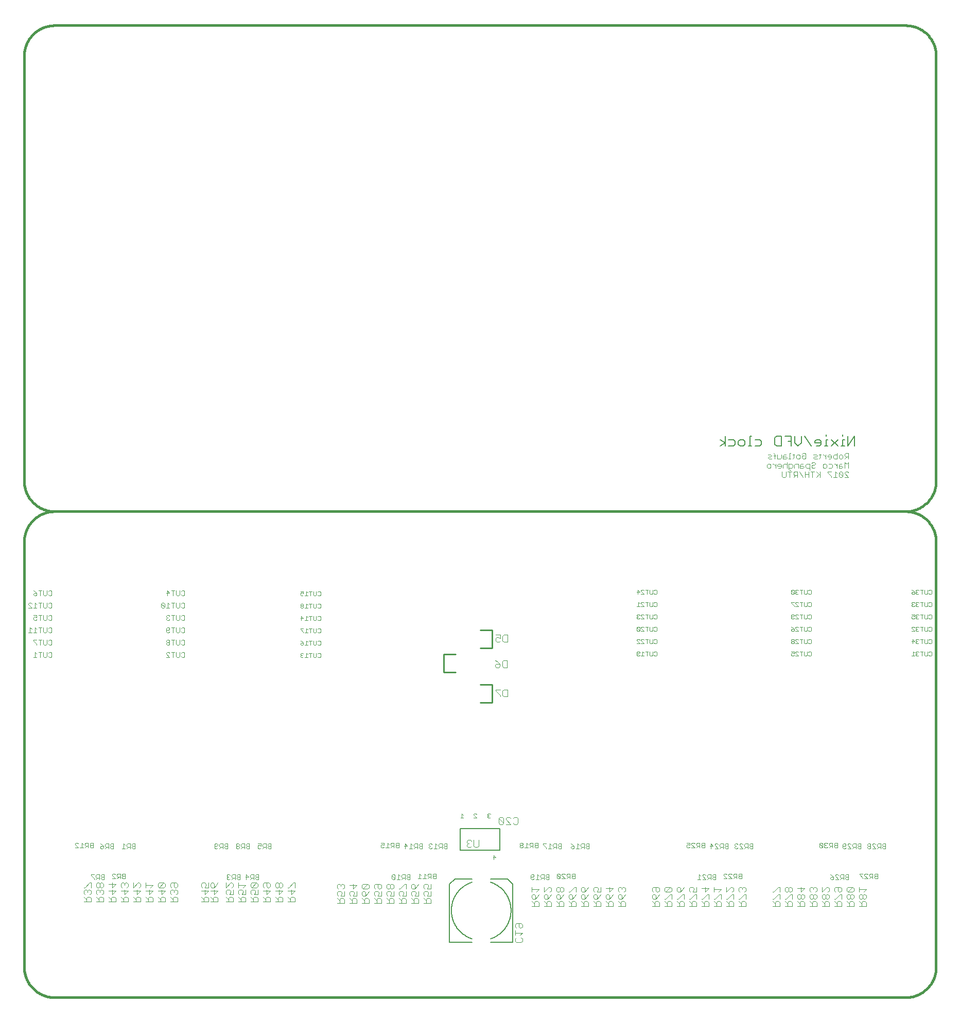
<source format=gbo>
G75*
%MOIN*%
%OFA0B0*%
%FSLAX25Y25*%
%IPPOS*%
%LPD*%
%AMOC8*
5,1,8,0,0,1.08239X$1,22.5*
%
%ADD10C,0.01600*%
%ADD11C,0.00300*%
%ADD12C,0.00600*%
%ADD13C,0.01000*%
%ADD14C,0.00400*%
%ADD15C,0.00800*%
%ADD16C,0.00200*%
D10*
X0001800Y0021485D02*
X0001800Y0297076D01*
X0001806Y0297552D01*
X0001823Y0298027D01*
X0001852Y0298502D01*
X0001892Y0298976D01*
X0001944Y0299449D01*
X0002007Y0299920D01*
X0002081Y0300390D01*
X0002167Y0300858D01*
X0002264Y0301324D01*
X0002372Y0301787D01*
X0002491Y0302247D01*
X0002622Y0302705D01*
X0002763Y0303159D01*
X0002916Y0303610D01*
X0003079Y0304056D01*
X0003253Y0304499D01*
X0003438Y0304937D01*
X0003633Y0305371D01*
X0003839Y0305800D01*
X0004055Y0306224D01*
X0004281Y0306643D01*
X0004517Y0307056D01*
X0004763Y0307463D01*
X0005019Y0307864D01*
X0005285Y0308258D01*
X0005560Y0308647D01*
X0005844Y0309028D01*
X0006137Y0309402D01*
X0006439Y0309770D01*
X0006751Y0310130D01*
X0007070Y0310482D01*
X0007398Y0310826D01*
X0007735Y0311163D01*
X0008079Y0311491D01*
X0008431Y0311810D01*
X0008791Y0312122D01*
X0009159Y0312424D01*
X0009533Y0312717D01*
X0009914Y0313001D01*
X0010303Y0313276D01*
X0010697Y0313542D01*
X0011098Y0313798D01*
X0011505Y0314044D01*
X0011918Y0314280D01*
X0012337Y0314506D01*
X0012761Y0314722D01*
X0013190Y0314928D01*
X0013624Y0315123D01*
X0014062Y0315308D01*
X0014505Y0315482D01*
X0014951Y0315645D01*
X0015402Y0315798D01*
X0015856Y0315939D01*
X0016314Y0316070D01*
X0016774Y0316189D01*
X0017237Y0316297D01*
X0017703Y0316394D01*
X0018171Y0316480D01*
X0018641Y0316554D01*
X0019112Y0316617D01*
X0019585Y0316669D01*
X0020059Y0316709D01*
X0020534Y0316738D01*
X0021009Y0316755D01*
X0021485Y0316761D01*
X0572666Y0316761D01*
X0573142Y0316755D01*
X0573617Y0316738D01*
X0574092Y0316709D01*
X0574566Y0316669D01*
X0575039Y0316617D01*
X0575510Y0316554D01*
X0575980Y0316480D01*
X0576448Y0316394D01*
X0576914Y0316297D01*
X0577377Y0316189D01*
X0577837Y0316070D01*
X0578295Y0315939D01*
X0578749Y0315798D01*
X0579200Y0315645D01*
X0579646Y0315482D01*
X0580089Y0315308D01*
X0580527Y0315123D01*
X0580961Y0314928D01*
X0581390Y0314722D01*
X0581814Y0314506D01*
X0582233Y0314280D01*
X0582646Y0314044D01*
X0583053Y0313798D01*
X0583454Y0313542D01*
X0583848Y0313276D01*
X0584237Y0313001D01*
X0584618Y0312717D01*
X0584992Y0312424D01*
X0585360Y0312122D01*
X0585720Y0311810D01*
X0586072Y0311491D01*
X0586416Y0311163D01*
X0586753Y0310826D01*
X0587081Y0310482D01*
X0587400Y0310130D01*
X0587712Y0309770D01*
X0588014Y0309402D01*
X0588307Y0309028D01*
X0588591Y0308647D01*
X0588866Y0308258D01*
X0589132Y0307864D01*
X0589388Y0307463D01*
X0589634Y0307056D01*
X0589870Y0306643D01*
X0590096Y0306224D01*
X0590312Y0305800D01*
X0590518Y0305371D01*
X0590713Y0304937D01*
X0590898Y0304499D01*
X0591072Y0304056D01*
X0591235Y0303610D01*
X0591388Y0303159D01*
X0591529Y0302705D01*
X0591660Y0302247D01*
X0591779Y0301787D01*
X0591887Y0301324D01*
X0591984Y0300858D01*
X0592070Y0300390D01*
X0592144Y0299920D01*
X0592207Y0299449D01*
X0592259Y0298976D01*
X0592299Y0298502D01*
X0592328Y0298027D01*
X0592345Y0297552D01*
X0592351Y0297076D01*
X0592351Y0021485D01*
X0592345Y0021009D01*
X0592328Y0020534D01*
X0592299Y0020059D01*
X0592259Y0019585D01*
X0592207Y0019112D01*
X0592144Y0018641D01*
X0592070Y0018171D01*
X0591984Y0017703D01*
X0591887Y0017237D01*
X0591779Y0016774D01*
X0591660Y0016314D01*
X0591529Y0015856D01*
X0591388Y0015402D01*
X0591235Y0014951D01*
X0591072Y0014505D01*
X0590898Y0014062D01*
X0590713Y0013624D01*
X0590518Y0013190D01*
X0590312Y0012761D01*
X0590096Y0012337D01*
X0589870Y0011918D01*
X0589634Y0011505D01*
X0589388Y0011098D01*
X0589132Y0010697D01*
X0588866Y0010303D01*
X0588591Y0009914D01*
X0588307Y0009533D01*
X0588014Y0009159D01*
X0587712Y0008791D01*
X0587400Y0008431D01*
X0587081Y0008079D01*
X0586753Y0007735D01*
X0586416Y0007398D01*
X0586072Y0007070D01*
X0585720Y0006751D01*
X0585360Y0006439D01*
X0584992Y0006137D01*
X0584618Y0005844D01*
X0584237Y0005560D01*
X0583848Y0005285D01*
X0583454Y0005019D01*
X0583053Y0004763D01*
X0582646Y0004517D01*
X0582233Y0004281D01*
X0581814Y0004055D01*
X0581390Y0003839D01*
X0580961Y0003633D01*
X0580527Y0003438D01*
X0580089Y0003253D01*
X0579646Y0003079D01*
X0579200Y0002916D01*
X0578749Y0002763D01*
X0578295Y0002622D01*
X0577837Y0002491D01*
X0577377Y0002372D01*
X0576914Y0002264D01*
X0576448Y0002167D01*
X0575980Y0002081D01*
X0575510Y0002007D01*
X0575039Y0001944D01*
X0574566Y0001892D01*
X0574092Y0001852D01*
X0573617Y0001823D01*
X0573142Y0001806D01*
X0572666Y0001800D01*
X0021485Y0001800D01*
X0021009Y0001806D01*
X0020534Y0001823D01*
X0020059Y0001852D01*
X0019585Y0001892D01*
X0019112Y0001944D01*
X0018641Y0002007D01*
X0018171Y0002081D01*
X0017703Y0002167D01*
X0017237Y0002264D01*
X0016774Y0002372D01*
X0016314Y0002491D01*
X0015856Y0002622D01*
X0015402Y0002763D01*
X0014951Y0002916D01*
X0014505Y0003079D01*
X0014062Y0003253D01*
X0013624Y0003438D01*
X0013190Y0003633D01*
X0012761Y0003839D01*
X0012337Y0004055D01*
X0011918Y0004281D01*
X0011505Y0004517D01*
X0011098Y0004763D01*
X0010697Y0005019D01*
X0010303Y0005285D01*
X0009914Y0005560D01*
X0009533Y0005844D01*
X0009159Y0006137D01*
X0008791Y0006439D01*
X0008431Y0006751D01*
X0008079Y0007070D01*
X0007735Y0007398D01*
X0007398Y0007735D01*
X0007070Y0008079D01*
X0006751Y0008431D01*
X0006439Y0008791D01*
X0006137Y0009159D01*
X0005844Y0009533D01*
X0005560Y0009914D01*
X0005285Y0010303D01*
X0005019Y0010697D01*
X0004763Y0011098D01*
X0004517Y0011505D01*
X0004281Y0011918D01*
X0004055Y0012337D01*
X0003839Y0012761D01*
X0003633Y0013190D01*
X0003438Y0013624D01*
X0003253Y0014062D01*
X0003079Y0014505D01*
X0002916Y0014951D01*
X0002763Y0015402D01*
X0002622Y0015856D01*
X0002491Y0016314D01*
X0002372Y0016774D01*
X0002264Y0017237D01*
X0002167Y0017703D01*
X0002081Y0018171D01*
X0002007Y0018641D01*
X0001944Y0019112D01*
X0001892Y0019585D01*
X0001852Y0020059D01*
X0001823Y0020534D01*
X0001806Y0021009D01*
X0001800Y0021485D01*
X0001800Y0336446D02*
X0001800Y0612036D01*
X0001806Y0612512D01*
X0001823Y0612987D01*
X0001852Y0613462D01*
X0001892Y0613936D01*
X0001944Y0614409D01*
X0002007Y0614880D01*
X0002081Y0615350D01*
X0002167Y0615818D01*
X0002264Y0616284D01*
X0002372Y0616747D01*
X0002491Y0617207D01*
X0002622Y0617665D01*
X0002763Y0618119D01*
X0002916Y0618570D01*
X0003079Y0619016D01*
X0003253Y0619459D01*
X0003438Y0619897D01*
X0003633Y0620331D01*
X0003839Y0620760D01*
X0004055Y0621184D01*
X0004281Y0621603D01*
X0004517Y0622016D01*
X0004763Y0622423D01*
X0005019Y0622824D01*
X0005285Y0623218D01*
X0005560Y0623607D01*
X0005844Y0623988D01*
X0006137Y0624362D01*
X0006439Y0624730D01*
X0006751Y0625090D01*
X0007070Y0625442D01*
X0007398Y0625786D01*
X0007735Y0626123D01*
X0008079Y0626451D01*
X0008431Y0626770D01*
X0008791Y0627082D01*
X0009159Y0627384D01*
X0009533Y0627677D01*
X0009914Y0627961D01*
X0010303Y0628236D01*
X0010697Y0628502D01*
X0011098Y0628758D01*
X0011505Y0629004D01*
X0011918Y0629240D01*
X0012337Y0629466D01*
X0012761Y0629682D01*
X0013190Y0629888D01*
X0013624Y0630083D01*
X0014062Y0630268D01*
X0014505Y0630442D01*
X0014951Y0630605D01*
X0015402Y0630758D01*
X0015856Y0630899D01*
X0016314Y0631030D01*
X0016774Y0631149D01*
X0017237Y0631257D01*
X0017703Y0631354D01*
X0018171Y0631440D01*
X0018641Y0631514D01*
X0019112Y0631577D01*
X0019585Y0631629D01*
X0020059Y0631669D01*
X0020534Y0631698D01*
X0021009Y0631715D01*
X0021485Y0631721D01*
X0572666Y0631721D01*
X0573142Y0631715D01*
X0573617Y0631698D01*
X0574092Y0631669D01*
X0574566Y0631629D01*
X0575039Y0631577D01*
X0575510Y0631514D01*
X0575980Y0631440D01*
X0576448Y0631354D01*
X0576914Y0631257D01*
X0577377Y0631149D01*
X0577837Y0631030D01*
X0578295Y0630899D01*
X0578749Y0630758D01*
X0579200Y0630605D01*
X0579646Y0630442D01*
X0580089Y0630268D01*
X0580527Y0630083D01*
X0580961Y0629888D01*
X0581390Y0629682D01*
X0581814Y0629466D01*
X0582233Y0629240D01*
X0582646Y0629004D01*
X0583053Y0628758D01*
X0583454Y0628502D01*
X0583848Y0628236D01*
X0584237Y0627961D01*
X0584618Y0627677D01*
X0584992Y0627384D01*
X0585360Y0627082D01*
X0585720Y0626770D01*
X0586072Y0626451D01*
X0586416Y0626123D01*
X0586753Y0625786D01*
X0587081Y0625442D01*
X0587400Y0625090D01*
X0587712Y0624730D01*
X0588014Y0624362D01*
X0588307Y0623988D01*
X0588591Y0623607D01*
X0588866Y0623218D01*
X0589132Y0622824D01*
X0589388Y0622423D01*
X0589634Y0622016D01*
X0589870Y0621603D01*
X0590096Y0621184D01*
X0590312Y0620760D01*
X0590518Y0620331D01*
X0590713Y0619897D01*
X0590898Y0619459D01*
X0591072Y0619016D01*
X0591235Y0618570D01*
X0591388Y0618119D01*
X0591529Y0617665D01*
X0591660Y0617207D01*
X0591779Y0616747D01*
X0591887Y0616284D01*
X0591984Y0615818D01*
X0592070Y0615350D01*
X0592144Y0614880D01*
X0592207Y0614409D01*
X0592259Y0613936D01*
X0592299Y0613462D01*
X0592328Y0612987D01*
X0592345Y0612512D01*
X0592351Y0612036D01*
X0592351Y0336446D01*
X0592345Y0335970D01*
X0592328Y0335495D01*
X0592299Y0335020D01*
X0592259Y0334546D01*
X0592207Y0334073D01*
X0592144Y0333602D01*
X0592070Y0333132D01*
X0591984Y0332664D01*
X0591887Y0332198D01*
X0591779Y0331735D01*
X0591660Y0331275D01*
X0591529Y0330817D01*
X0591388Y0330363D01*
X0591235Y0329912D01*
X0591072Y0329466D01*
X0590898Y0329023D01*
X0590713Y0328585D01*
X0590518Y0328151D01*
X0590312Y0327722D01*
X0590096Y0327298D01*
X0589870Y0326879D01*
X0589634Y0326466D01*
X0589388Y0326059D01*
X0589132Y0325658D01*
X0588866Y0325264D01*
X0588591Y0324875D01*
X0588307Y0324494D01*
X0588014Y0324120D01*
X0587712Y0323752D01*
X0587400Y0323392D01*
X0587081Y0323040D01*
X0586753Y0322696D01*
X0586416Y0322359D01*
X0586072Y0322031D01*
X0585720Y0321712D01*
X0585360Y0321400D01*
X0584992Y0321098D01*
X0584618Y0320805D01*
X0584237Y0320521D01*
X0583848Y0320246D01*
X0583454Y0319980D01*
X0583053Y0319724D01*
X0582646Y0319478D01*
X0582233Y0319242D01*
X0581814Y0319016D01*
X0581390Y0318800D01*
X0580961Y0318594D01*
X0580527Y0318399D01*
X0580089Y0318214D01*
X0579646Y0318040D01*
X0579200Y0317877D01*
X0578749Y0317724D01*
X0578295Y0317583D01*
X0577837Y0317452D01*
X0577377Y0317333D01*
X0576914Y0317225D01*
X0576448Y0317128D01*
X0575980Y0317042D01*
X0575510Y0316968D01*
X0575039Y0316905D01*
X0574566Y0316853D01*
X0574092Y0316813D01*
X0573617Y0316784D01*
X0573142Y0316767D01*
X0572666Y0316761D01*
X0021485Y0316761D02*
X0021009Y0316767D01*
X0020534Y0316784D01*
X0020059Y0316813D01*
X0019585Y0316853D01*
X0019112Y0316905D01*
X0018641Y0316968D01*
X0018171Y0317042D01*
X0017703Y0317128D01*
X0017237Y0317225D01*
X0016774Y0317333D01*
X0016314Y0317452D01*
X0015856Y0317583D01*
X0015402Y0317724D01*
X0014951Y0317877D01*
X0014505Y0318040D01*
X0014062Y0318214D01*
X0013624Y0318399D01*
X0013190Y0318594D01*
X0012761Y0318800D01*
X0012337Y0319016D01*
X0011918Y0319242D01*
X0011505Y0319478D01*
X0011098Y0319724D01*
X0010697Y0319980D01*
X0010303Y0320246D01*
X0009914Y0320521D01*
X0009533Y0320805D01*
X0009159Y0321098D01*
X0008791Y0321400D01*
X0008431Y0321712D01*
X0008079Y0322031D01*
X0007735Y0322359D01*
X0007398Y0322696D01*
X0007070Y0323040D01*
X0006751Y0323392D01*
X0006439Y0323752D01*
X0006137Y0324120D01*
X0005844Y0324494D01*
X0005560Y0324875D01*
X0005285Y0325264D01*
X0005019Y0325658D01*
X0004763Y0326059D01*
X0004517Y0326466D01*
X0004281Y0326879D01*
X0004055Y0327298D01*
X0003839Y0327722D01*
X0003633Y0328151D01*
X0003438Y0328585D01*
X0003253Y0329023D01*
X0003079Y0329466D01*
X0002916Y0329912D01*
X0002763Y0330363D01*
X0002622Y0330817D01*
X0002491Y0331275D01*
X0002372Y0331735D01*
X0002264Y0332198D01*
X0002167Y0332664D01*
X0002081Y0333132D01*
X0002007Y0333602D01*
X0001944Y0334073D01*
X0001892Y0334546D01*
X0001852Y0335020D01*
X0001823Y0335495D01*
X0001806Y0335970D01*
X0001800Y0336446D01*
D11*
X0007847Y0265483D02*
X0008914Y0264950D01*
X0009982Y0263882D01*
X0008380Y0263882D01*
X0007847Y0263348D01*
X0007847Y0262814D01*
X0008380Y0262281D01*
X0009448Y0262281D01*
X0009982Y0262814D01*
X0009982Y0263882D01*
X0011069Y0265483D02*
X0013205Y0265483D01*
X0012137Y0265483D02*
X0012137Y0262281D01*
X0014292Y0262814D02*
X0014292Y0265483D01*
X0016427Y0265483D02*
X0016427Y0262814D01*
X0015893Y0262281D01*
X0014826Y0262281D01*
X0014292Y0262814D01*
X0017515Y0262814D02*
X0018049Y0262281D01*
X0019116Y0262281D01*
X0019650Y0262814D01*
X0019650Y0264950D01*
X0019116Y0265483D01*
X0018049Y0265483D01*
X0017515Y0264950D01*
X0018049Y0257483D02*
X0019116Y0257483D01*
X0019650Y0256950D01*
X0019650Y0254814D01*
X0019116Y0254281D01*
X0018049Y0254281D01*
X0017515Y0254814D01*
X0016427Y0254814D02*
X0015893Y0254281D01*
X0014826Y0254281D01*
X0014292Y0254814D01*
X0014292Y0257483D01*
X0013205Y0257483D02*
X0011069Y0257483D01*
X0012137Y0257483D02*
X0012137Y0254281D01*
X0009982Y0254281D02*
X0007847Y0254281D01*
X0008914Y0254281D02*
X0008914Y0257483D01*
X0009982Y0256416D01*
X0006759Y0256950D02*
X0006225Y0257483D01*
X0005158Y0257483D01*
X0004624Y0256950D01*
X0004624Y0256416D01*
X0006759Y0254281D01*
X0004624Y0254281D01*
X0007847Y0249483D02*
X0009982Y0249483D01*
X0009982Y0247882D01*
X0008914Y0248416D01*
X0008380Y0248416D01*
X0007847Y0247882D01*
X0007847Y0246814D01*
X0008380Y0246281D01*
X0009448Y0246281D01*
X0009982Y0246814D01*
X0012137Y0246281D02*
X0012137Y0249483D01*
X0013205Y0249483D02*
X0011069Y0249483D01*
X0014292Y0249483D02*
X0014292Y0246814D01*
X0014826Y0246281D01*
X0015893Y0246281D01*
X0016427Y0246814D01*
X0016427Y0249483D01*
X0017515Y0248950D02*
X0018049Y0249483D01*
X0019116Y0249483D01*
X0019650Y0248950D01*
X0019650Y0246814D01*
X0019116Y0246281D01*
X0018049Y0246281D01*
X0017515Y0246814D01*
X0018049Y0241483D02*
X0019116Y0241483D01*
X0019650Y0240950D01*
X0019650Y0238814D01*
X0019116Y0238281D01*
X0018049Y0238281D01*
X0017515Y0238814D01*
X0016427Y0238814D02*
X0015893Y0238281D01*
X0014826Y0238281D01*
X0014292Y0238814D01*
X0014292Y0241483D01*
X0013205Y0241483D02*
X0011069Y0241483D01*
X0012137Y0241483D02*
X0012137Y0238281D01*
X0009982Y0238281D02*
X0007847Y0238281D01*
X0008914Y0238281D02*
X0008914Y0241483D01*
X0009982Y0240416D01*
X0006759Y0240416D02*
X0005691Y0241483D01*
X0005691Y0238281D01*
X0004624Y0238281D02*
X0006759Y0238281D01*
X0007847Y0233483D02*
X0007847Y0232950D01*
X0009982Y0230814D01*
X0009982Y0230281D01*
X0012137Y0230281D02*
X0012137Y0233483D01*
X0013205Y0233483D02*
X0011069Y0233483D01*
X0009982Y0233483D02*
X0007847Y0233483D01*
X0014292Y0233483D02*
X0014292Y0230814D01*
X0014826Y0230281D01*
X0015893Y0230281D01*
X0016427Y0230814D01*
X0016427Y0233483D01*
X0017515Y0232950D02*
X0018049Y0233483D01*
X0019116Y0233483D01*
X0019650Y0232950D01*
X0019650Y0230814D01*
X0019116Y0230281D01*
X0018049Y0230281D01*
X0017515Y0230814D01*
X0018049Y0225483D02*
X0019116Y0225483D01*
X0019650Y0224950D01*
X0019650Y0222814D01*
X0019116Y0222281D01*
X0018049Y0222281D01*
X0017515Y0222814D01*
X0016427Y0222814D02*
X0015893Y0222281D01*
X0014826Y0222281D01*
X0014292Y0222814D01*
X0014292Y0225483D01*
X0013205Y0225483D02*
X0011069Y0225483D01*
X0012137Y0225483D02*
X0012137Y0222281D01*
X0009982Y0222281D02*
X0007847Y0222281D01*
X0008914Y0222281D02*
X0008914Y0225483D01*
X0009982Y0224416D01*
X0016427Y0225483D02*
X0016427Y0222814D01*
X0017515Y0224950D02*
X0018049Y0225483D01*
X0016427Y0238814D02*
X0016427Y0241483D01*
X0017515Y0240950D02*
X0018049Y0241483D01*
X0016427Y0254814D02*
X0016427Y0257483D01*
X0017515Y0256950D02*
X0018049Y0257483D01*
X0090624Y0256950D02*
X0092759Y0254814D01*
X0092225Y0254281D01*
X0091158Y0254281D01*
X0090624Y0254814D01*
X0090624Y0256950D01*
X0091158Y0257483D01*
X0092225Y0257483D01*
X0092759Y0256950D01*
X0092759Y0254814D01*
X0093847Y0254281D02*
X0095982Y0254281D01*
X0094914Y0254281D02*
X0094914Y0257483D01*
X0095982Y0256416D01*
X0097069Y0257483D02*
X0099205Y0257483D01*
X0098137Y0257483D02*
X0098137Y0254281D01*
X0100292Y0254814D02*
X0100292Y0257483D01*
X0102427Y0257483D02*
X0102427Y0254814D01*
X0101893Y0254281D01*
X0100826Y0254281D01*
X0100292Y0254814D01*
X0103515Y0254814D02*
X0104049Y0254281D01*
X0105116Y0254281D01*
X0105650Y0254814D01*
X0105650Y0256950D01*
X0105116Y0257483D01*
X0104049Y0257483D01*
X0103515Y0256950D01*
X0104049Y0262281D02*
X0103515Y0262814D01*
X0104049Y0262281D02*
X0105116Y0262281D01*
X0105650Y0262814D01*
X0105650Y0264950D01*
X0105116Y0265483D01*
X0104049Y0265483D01*
X0103515Y0264950D01*
X0102427Y0265483D02*
X0102427Y0262814D01*
X0101893Y0262281D01*
X0100826Y0262281D01*
X0100292Y0262814D01*
X0100292Y0265483D01*
X0099205Y0265483D02*
X0097069Y0265483D01*
X0098137Y0265483D02*
X0098137Y0262281D01*
X0095982Y0263882D02*
X0093847Y0263882D01*
X0094380Y0262281D02*
X0094380Y0265483D01*
X0095982Y0263882D01*
X0095448Y0249483D02*
X0094380Y0249483D01*
X0093847Y0248950D01*
X0093847Y0248416D01*
X0094380Y0247882D01*
X0093847Y0247348D01*
X0093847Y0246814D01*
X0094380Y0246281D01*
X0095448Y0246281D01*
X0095982Y0246814D01*
X0094914Y0247882D02*
X0094380Y0247882D01*
X0095448Y0249483D02*
X0095982Y0248950D01*
X0097069Y0249483D02*
X0099205Y0249483D01*
X0098137Y0249483D02*
X0098137Y0246281D01*
X0100292Y0246814D02*
X0100292Y0249483D01*
X0102427Y0249483D02*
X0102427Y0246814D01*
X0101893Y0246281D01*
X0100826Y0246281D01*
X0100292Y0246814D01*
X0103515Y0246814D02*
X0104049Y0246281D01*
X0105116Y0246281D01*
X0105650Y0246814D01*
X0105650Y0248950D01*
X0105116Y0249483D01*
X0104049Y0249483D01*
X0103515Y0248950D01*
X0104049Y0241483D02*
X0105116Y0241483D01*
X0105650Y0240950D01*
X0105650Y0238814D01*
X0105116Y0238281D01*
X0104049Y0238281D01*
X0103515Y0238814D01*
X0102427Y0238814D02*
X0102427Y0241483D01*
X0103515Y0240950D02*
X0104049Y0241483D01*
X0102427Y0238814D02*
X0101893Y0238281D01*
X0100826Y0238281D01*
X0100292Y0238814D01*
X0100292Y0241483D01*
X0099205Y0241483D02*
X0097069Y0241483D01*
X0098137Y0241483D02*
X0098137Y0238281D01*
X0095982Y0238814D02*
X0095448Y0238281D01*
X0094380Y0238281D01*
X0093847Y0238814D01*
X0093847Y0240950D01*
X0094380Y0241483D01*
X0095448Y0241483D01*
X0095982Y0240950D01*
X0095982Y0240416D01*
X0095448Y0239882D01*
X0093847Y0239882D01*
X0094380Y0233483D02*
X0093847Y0232950D01*
X0093847Y0232416D01*
X0094380Y0231882D01*
X0095448Y0231882D01*
X0095982Y0232416D01*
X0095982Y0232950D01*
X0095448Y0233483D01*
X0094380Y0233483D01*
X0094380Y0231882D02*
X0093847Y0231348D01*
X0093847Y0230814D01*
X0094380Y0230281D01*
X0095448Y0230281D01*
X0095982Y0230814D01*
X0095982Y0231348D01*
X0095448Y0231882D01*
X0097069Y0233483D02*
X0099205Y0233483D01*
X0098137Y0233483D02*
X0098137Y0230281D01*
X0100292Y0230814D02*
X0100292Y0233483D01*
X0102427Y0233483D02*
X0102427Y0230814D01*
X0101893Y0230281D01*
X0100826Y0230281D01*
X0100292Y0230814D01*
X0103515Y0230814D02*
X0104049Y0230281D01*
X0105116Y0230281D01*
X0105650Y0230814D01*
X0105650Y0232950D01*
X0105116Y0233483D01*
X0104049Y0233483D01*
X0103515Y0232950D01*
X0104049Y0225483D02*
X0105116Y0225483D01*
X0105650Y0224950D01*
X0105650Y0222814D01*
X0105116Y0222281D01*
X0104049Y0222281D01*
X0103515Y0222814D01*
X0102427Y0222814D02*
X0101893Y0222281D01*
X0100826Y0222281D01*
X0100292Y0222814D01*
X0100292Y0225483D01*
X0099205Y0225483D02*
X0097069Y0225483D01*
X0098137Y0225483D02*
X0098137Y0222281D01*
X0095982Y0222281D02*
X0093847Y0224416D01*
X0093847Y0224950D01*
X0094380Y0225483D01*
X0095448Y0225483D01*
X0095982Y0224950D01*
X0095982Y0222281D02*
X0093847Y0222281D01*
X0102427Y0222814D02*
X0102427Y0225483D01*
X0103515Y0224950D02*
X0104049Y0225483D01*
X0125603Y0101483D02*
X0126671Y0101483D01*
X0127205Y0100950D01*
X0127205Y0100416D01*
X0126671Y0099882D01*
X0125069Y0099882D01*
X0125069Y0098814D02*
X0125069Y0100950D01*
X0125603Y0101483D01*
X0125069Y0098814D02*
X0125603Y0098281D01*
X0126671Y0098281D01*
X0127205Y0098814D01*
X0128292Y0098281D02*
X0129360Y0099348D01*
X0128826Y0099348D02*
X0130427Y0099348D01*
X0130427Y0098281D02*
X0130427Y0101483D01*
X0128826Y0101483D01*
X0128292Y0100950D01*
X0128292Y0099882D01*
X0128826Y0099348D01*
X0131515Y0099348D02*
X0131515Y0098814D01*
X0132049Y0098281D01*
X0133650Y0098281D01*
X0133650Y0101483D01*
X0132049Y0101483D01*
X0131515Y0100950D01*
X0131515Y0100416D01*
X0132049Y0099882D01*
X0133650Y0099882D01*
X0132049Y0099882D02*
X0131515Y0099348D01*
X0139069Y0099348D02*
X0139069Y0098814D01*
X0139603Y0098281D01*
X0140671Y0098281D01*
X0141205Y0098814D01*
X0141205Y0099348D01*
X0140671Y0099882D01*
X0139603Y0099882D01*
X0139069Y0099348D01*
X0139603Y0099882D02*
X0139069Y0100416D01*
X0139069Y0100950D01*
X0139603Y0101483D01*
X0140671Y0101483D01*
X0141205Y0100950D01*
X0141205Y0100416D01*
X0140671Y0099882D01*
X0142292Y0099882D02*
X0142826Y0099348D01*
X0144427Y0099348D01*
X0144427Y0098281D02*
X0144427Y0101483D01*
X0142826Y0101483D01*
X0142292Y0100950D01*
X0142292Y0099882D01*
X0143360Y0099348D02*
X0142292Y0098281D01*
X0145515Y0098814D02*
X0146049Y0098281D01*
X0147650Y0098281D01*
X0147650Y0101483D01*
X0146049Y0101483D01*
X0145515Y0100950D01*
X0145515Y0100416D01*
X0146049Y0099882D01*
X0147650Y0099882D01*
X0146049Y0099882D02*
X0145515Y0099348D01*
X0145515Y0098814D01*
X0153069Y0098814D02*
X0153603Y0098281D01*
X0154671Y0098281D01*
X0155205Y0098814D01*
X0155205Y0099882D02*
X0154137Y0100416D01*
X0153603Y0100416D01*
X0153069Y0099882D01*
X0153069Y0098814D01*
X0155205Y0099882D02*
X0155205Y0101483D01*
X0153069Y0101483D01*
X0156292Y0100950D02*
X0156826Y0101483D01*
X0158427Y0101483D01*
X0158427Y0098281D01*
X0158427Y0099348D02*
X0156826Y0099348D01*
X0156292Y0099882D01*
X0156292Y0100950D01*
X0157360Y0099348D02*
X0156292Y0098281D01*
X0159515Y0098814D02*
X0160049Y0098281D01*
X0161650Y0098281D01*
X0161650Y0101483D01*
X0160049Y0101483D01*
X0159515Y0100950D01*
X0159515Y0100416D01*
X0160049Y0099882D01*
X0161650Y0099882D01*
X0160049Y0099882D02*
X0159515Y0099348D01*
X0159515Y0098814D01*
X0153650Y0081483D02*
X0152049Y0081483D01*
X0151515Y0080950D01*
X0151515Y0080416D01*
X0152049Y0079882D01*
X0153650Y0079882D01*
X0153650Y0078281D02*
X0152049Y0078281D01*
X0151515Y0078814D01*
X0151515Y0079348D01*
X0152049Y0079882D01*
X0150427Y0079348D02*
X0148826Y0079348D01*
X0148292Y0079882D01*
X0148292Y0080950D01*
X0148826Y0081483D01*
X0150427Y0081483D01*
X0150427Y0078281D01*
X0149360Y0079348D02*
X0148292Y0078281D01*
X0147205Y0079882D02*
X0145069Y0079882D01*
X0145603Y0078281D02*
X0145603Y0081483D01*
X0147205Y0079882D01*
X0141650Y0079882D02*
X0140049Y0079882D01*
X0139515Y0079348D01*
X0139515Y0078814D01*
X0140049Y0078281D01*
X0141650Y0078281D01*
X0141650Y0081483D01*
X0140049Y0081483D01*
X0139515Y0080950D01*
X0139515Y0080416D01*
X0140049Y0079882D01*
X0138427Y0079348D02*
X0136826Y0079348D01*
X0136292Y0079882D01*
X0136292Y0080950D01*
X0136826Y0081483D01*
X0138427Y0081483D01*
X0138427Y0078281D01*
X0137360Y0079348D02*
X0136292Y0078281D01*
X0135205Y0078814D02*
X0134671Y0078281D01*
X0133603Y0078281D01*
X0133069Y0078814D01*
X0133069Y0079348D01*
X0133603Y0079882D01*
X0134137Y0079882D01*
X0133603Y0079882D02*
X0133069Y0080416D01*
X0133069Y0080950D01*
X0133603Y0081483D01*
X0134671Y0081483D01*
X0135205Y0080950D01*
X0153650Y0081483D02*
X0153650Y0078281D01*
X0232738Y0099314D02*
X0233271Y0098781D01*
X0234339Y0098781D01*
X0234873Y0099314D01*
X0234873Y0100382D02*
X0233805Y0100916D01*
X0233271Y0100916D01*
X0232738Y0100382D01*
X0232738Y0099314D01*
X0234873Y0100382D02*
X0234873Y0101983D01*
X0232738Y0101983D01*
X0237028Y0101983D02*
X0237028Y0098781D01*
X0238096Y0098781D02*
X0235960Y0098781D01*
X0238096Y0100916D02*
X0237028Y0101983D01*
X0239183Y0101450D02*
X0239183Y0100382D01*
X0239717Y0099848D01*
X0241318Y0099848D01*
X0241318Y0098781D02*
X0241318Y0101983D01*
X0239717Y0101983D01*
X0239183Y0101450D01*
X0240251Y0099848D02*
X0239183Y0098781D01*
X0242406Y0099314D02*
X0242940Y0098781D01*
X0244541Y0098781D01*
X0244541Y0101983D01*
X0242940Y0101983D01*
X0242406Y0101450D01*
X0242406Y0100916D01*
X0242940Y0100382D01*
X0244541Y0100382D01*
X0242940Y0100382D02*
X0242406Y0099848D01*
X0242406Y0099314D01*
X0247847Y0099882D02*
X0249982Y0099882D01*
X0248380Y0101483D01*
X0248380Y0098281D01*
X0251069Y0098281D02*
X0253205Y0098281D01*
X0252137Y0098281D02*
X0252137Y0101483D01*
X0253205Y0100416D01*
X0254292Y0100950D02*
X0254826Y0101483D01*
X0256427Y0101483D01*
X0256427Y0098281D01*
X0256427Y0099348D02*
X0254826Y0099348D01*
X0254292Y0099882D01*
X0254292Y0100950D01*
X0255360Y0099348D02*
X0254292Y0098281D01*
X0257515Y0098814D02*
X0258049Y0098281D01*
X0259650Y0098281D01*
X0259650Y0101483D01*
X0258049Y0101483D01*
X0257515Y0100950D01*
X0257515Y0100416D01*
X0258049Y0099882D01*
X0259650Y0099882D01*
X0258049Y0099882D02*
X0257515Y0099348D01*
X0257515Y0098814D01*
X0263847Y0098814D02*
X0264380Y0098281D01*
X0265448Y0098281D01*
X0265982Y0098814D01*
X0267069Y0098281D02*
X0269205Y0098281D01*
X0268137Y0098281D02*
X0268137Y0101483D01*
X0269205Y0100416D01*
X0270292Y0100950D02*
X0270292Y0099882D01*
X0270826Y0099348D01*
X0272427Y0099348D01*
X0272427Y0098281D02*
X0272427Y0101483D01*
X0270826Y0101483D01*
X0270292Y0100950D01*
X0271360Y0099348D02*
X0270292Y0098281D01*
X0273515Y0098814D02*
X0274049Y0098281D01*
X0275650Y0098281D01*
X0275650Y0101483D01*
X0274049Y0101483D01*
X0273515Y0100950D01*
X0273515Y0100416D01*
X0274049Y0099882D01*
X0275650Y0099882D01*
X0274049Y0099882D02*
X0273515Y0099348D01*
X0273515Y0098814D01*
X0265982Y0100950D02*
X0265448Y0101483D01*
X0264380Y0101483D01*
X0263847Y0100950D01*
X0263847Y0100416D01*
X0264380Y0099882D01*
X0263847Y0099348D01*
X0263847Y0098814D01*
X0264380Y0099882D02*
X0264914Y0099882D01*
X0265318Y0081983D02*
X0263717Y0081983D01*
X0263183Y0081450D01*
X0263183Y0080382D01*
X0263717Y0079848D01*
X0265318Y0079848D01*
X0265318Y0078781D02*
X0265318Y0081983D01*
X0266406Y0081450D02*
X0266406Y0080916D01*
X0266940Y0080382D01*
X0268541Y0080382D01*
X0268541Y0078781D02*
X0266940Y0078781D01*
X0266406Y0079314D01*
X0266406Y0079848D01*
X0266940Y0080382D01*
X0266406Y0081450D02*
X0266940Y0081983D01*
X0268541Y0081983D01*
X0268541Y0078781D01*
X0264251Y0079848D02*
X0263183Y0078781D01*
X0262096Y0078781D02*
X0259960Y0078781D01*
X0261028Y0078781D02*
X0261028Y0081983D01*
X0262096Y0080916D01*
X0258873Y0080916D02*
X0257805Y0081983D01*
X0257805Y0078781D01*
X0256738Y0078781D02*
X0258873Y0078781D01*
X0251650Y0078281D02*
X0250049Y0078281D01*
X0249515Y0078814D01*
X0249515Y0079348D01*
X0250049Y0079882D01*
X0251650Y0079882D01*
X0251650Y0078281D02*
X0251650Y0081483D01*
X0250049Y0081483D01*
X0249515Y0080950D01*
X0249515Y0080416D01*
X0250049Y0079882D01*
X0248427Y0079348D02*
X0246826Y0079348D01*
X0246292Y0079882D01*
X0246292Y0080950D01*
X0246826Y0081483D01*
X0248427Y0081483D01*
X0248427Y0078281D01*
X0247360Y0079348D02*
X0246292Y0078281D01*
X0245205Y0078281D02*
X0243069Y0078281D01*
X0244137Y0078281D02*
X0244137Y0081483D01*
X0245205Y0080416D01*
X0241982Y0080950D02*
X0241448Y0081483D01*
X0240380Y0081483D01*
X0239847Y0080950D01*
X0241982Y0078814D01*
X0241448Y0078281D01*
X0240380Y0078281D01*
X0239847Y0078814D01*
X0239847Y0080950D01*
X0241982Y0080950D02*
X0241982Y0078814D01*
X0322738Y0099314D02*
X0323271Y0098781D01*
X0324339Y0098781D01*
X0324873Y0099314D01*
X0324873Y0099848D01*
X0324339Y0100382D01*
X0323271Y0100382D01*
X0322738Y0099848D01*
X0322738Y0099314D01*
X0323271Y0100382D02*
X0322738Y0100916D01*
X0322738Y0101450D01*
X0323271Y0101983D01*
X0324339Y0101983D01*
X0324873Y0101450D01*
X0324873Y0100916D01*
X0324339Y0100382D01*
X0325960Y0098781D02*
X0328096Y0098781D01*
X0327028Y0098781D02*
X0327028Y0101983D01*
X0328096Y0100916D01*
X0329183Y0101450D02*
X0329183Y0100382D01*
X0329717Y0099848D01*
X0331318Y0099848D01*
X0331318Y0098781D02*
X0331318Y0101983D01*
X0329717Y0101983D01*
X0329183Y0101450D01*
X0330251Y0099848D02*
X0329183Y0098781D01*
X0332406Y0099314D02*
X0332940Y0098781D01*
X0334541Y0098781D01*
X0334541Y0101983D01*
X0332940Y0101983D01*
X0332406Y0101450D01*
X0332406Y0100916D01*
X0332940Y0100382D01*
X0334541Y0100382D01*
X0332940Y0100382D02*
X0332406Y0099848D01*
X0332406Y0099314D01*
X0337847Y0100950D02*
X0339982Y0098814D01*
X0339982Y0098281D01*
X0341069Y0098281D02*
X0343205Y0098281D01*
X0342137Y0098281D02*
X0342137Y0101483D01*
X0343205Y0100416D01*
X0344292Y0100950D02*
X0344826Y0101483D01*
X0346427Y0101483D01*
X0346427Y0098281D01*
X0346427Y0099348D02*
X0344826Y0099348D01*
X0344292Y0099882D01*
X0344292Y0100950D01*
X0345360Y0099348D02*
X0344292Y0098281D01*
X0347515Y0098814D02*
X0348049Y0098281D01*
X0349650Y0098281D01*
X0349650Y0101483D01*
X0348049Y0101483D01*
X0347515Y0100950D01*
X0347515Y0100416D01*
X0348049Y0099882D01*
X0349650Y0099882D01*
X0348049Y0099882D02*
X0347515Y0099348D01*
X0347515Y0098814D01*
X0339982Y0101483D02*
X0337847Y0101483D01*
X0337847Y0100950D01*
X0355847Y0101483D02*
X0356914Y0100950D01*
X0357982Y0099882D01*
X0356380Y0099882D01*
X0355847Y0099348D01*
X0355847Y0098814D01*
X0356380Y0098281D01*
X0357448Y0098281D01*
X0357982Y0098814D01*
X0357982Y0099882D01*
X0359069Y0098281D02*
X0361205Y0098281D01*
X0360137Y0098281D02*
X0360137Y0101483D01*
X0361205Y0100416D01*
X0362292Y0100950D02*
X0362826Y0101483D01*
X0364427Y0101483D01*
X0364427Y0098281D01*
X0364427Y0099348D02*
X0362826Y0099348D01*
X0362292Y0099882D01*
X0362292Y0100950D01*
X0363360Y0099348D02*
X0362292Y0098281D01*
X0365515Y0098814D02*
X0366049Y0098281D01*
X0367650Y0098281D01*
X0367650Y0101483D01*
X0366049Y0101483D01*
X0365515Y0100950D01*
X0365515Y0100416D01*
X0366049Y0099882D01*
X0367650Y0099882D01*
X0366049Y0099882D02*
X0365515Y0099348D01*
X0365515Y0098814D01*
X0358541Y0081983D02*
X0356940Y0081983D01*
X0356406Y0081450D01*
X0356406Y0080916D01*
X0356940Y0080382D01*
X0358541Y0080382D01*
X0358541Y0078781D02*
X0356940Y0078781D01*
X0356406Y0079314D01*
X0356406Y0079848D01*
X0356940Y0080382D01*
X0355318Y0079848D02*
X0353717Y0079848D01*
X0353183Y0080382D01*
X0353183Y0081450D01*
X0353717Y0081983D01*
X0355318Y0081983D01*
X0355318Y0078781D01*
X0354251Y0079848D02*
X0353183Y0078781D01*
X0352096Y0078781D02*
X0349960Y0080916D01*
X0349960Y0081450D01*
X0350494Y0081983D01*
X0351562Y0081983D01*
X0352096Y0081450D01*
X0352096Y0078781D02*
X0349960Y0078781D01*
X0348873Y0079314D02*
X0346738Y0081450D01*
X0346738Y0079314D01*
X0347271Y0078781D01*
X0348339Y0078781D01*
X0348873Y0079314D01*
X0348873Y0081450D01*
X0348339Y0081983D01*
X0347271Y0081983D01*
X0346738Y0081450D01*
X0341650Y0081483D02*
X0340049Y0081483D01*
X0339515Y0080950D01*
X0339515Y0080416D01*
X0340049Y0079882D01*
X0341650Y0079882D01*
X0341650Y0078281D02*
X0340049Y0078281D01*
X0339515Y0078814D01*
X0339515Y0079348D01*
X0340049Y0079882D01*
X0338427Y0079348D02*
X0336826Y0079348D01*
X0336292Y0079882D01*
X0336292Y0080950D01*
X0336826Y0081483D01*
X0338427Y0081483D01*
X0338427Y0078281D01*
X0337360Y0079348D02*
X0336292Y0078281D01*
X0335205Y0078281D02*
X0333069Y0078281D01*
X0334137Y0078281D02*
X0334137Y0081483D01*
X0335205Y0080416D01*
X0331982Y0080416D02*
X0331448Y0079882D01*
X0329847Y0079882D01*
X0329847Y0078814D02*
X0329847Y0080950D01*
X0330380Y0081483D01*
X0331448Y0081483D01*
X0331982Y0080950D01*
X0331982Y0080416D01*
X0331982Y0078814D02*
X0331448Y0078281D01*
X0330380Y0078281D01*
X0329847Y0078814D01*
X0341650Y0078281D02*
X0341650Y0081483D01*
X0358541Y0081983D02*
X0358541Y0078781D01*
X0430738Y0099314D02*
X0431271Y0098781D01*
X0432339Y0098781D01*
X0432873Y0099314D01*
X0432873Y0100382D02*
X0431805Y0100916D01*
X0431271Y0100916D01*
X0430738Y0100382D01*
X0430738Y0099314D01*
X0432873Y0100382D02*
X0432873Y0101983D01*
X0430738Y0101983D01*
X0433960Y0101450D02*
X0434494Y0101983D01*
X0435562Y0101983D01*
X0436096Y0101450D01*
X0437183Y0101450D02*
X0437183Y0100382D01*
X0437717Y0099848D01*
X0439318Y0099848D01*
X0439318Y0098781D02*
X0439318Y0101983D01*
X0437717Y0101983D01*
X0437183Y0101450D01*
X0438251Y0099848D02*
X0437183Y0098781D01*
X0436096Y0098781D02*
X0433960Y0100916D01*
X0433960Y0101450D01*
X0433960Y0098781D02*
X0436096Y0098781D01*
X0440406Y0099314D02*
X0440940Y0098781D01*
X0442541Y0098781D01*
X0442541Y0101983D01*
X0440940Y0101983D01*
X0440406Y0101450D01*
X0440406Y0100916D01*
X0440940Y0100382D01*
X0442541Y0100382D01*
X0440940Y0100382D02*
X0440406Y0099848D01*
X0440406Y0099314D01*
X0445847Y0099882D02*
X0447982Y0099882D01*
X0446380Y0101483D01*
X0446380Y0098281D01*
X0449069Y0098281D02*
X0451205Y0098281D01*
X0449069Y0100416D01*
X0449069Y0100950D01*
X0449603Y0101483D01*
X0450671Y0101483D01*
X0451205Y0100950D01*
X0452292Y0100950D02*
X0452292Y0099882D01*
X0452826Y0099348D01*
X0454427Y0099348D01*
X0454427Y0098281D02*
X0454427Y0101483D01*
X0452826Y0101483D01*
X0452292Y0100950D01*
X0453360Y0099348D02*
X0452292Y0098281D01*
X0455515Y0098814D02*
X0456049Y0098281D01*
X0457650Y0098281D01*
X0457650Y0101483D01*
X0456049Y0101483D01*
X0455515Y0100950D01*
X0455515Y0100416D01*
X0456049Y0099882D01*
X0457650Y0099882D01*
X0456049Y0099882D02*
X0455515Y0099348D01*
X0455515Y0098814D01*
X0461847Y0098814D02*
X0462380Y0098281D01*
X0463448Y0098281D01*
X0463982Y0098814D01*
X0465069Y0098281D02*
X0467205Y0098281D01*
X0465069Y0100416D01*
X0465069Y0100950D01*
X0465603Y0101483D01*
X0466671Y0101483D01*
X0467205Y0100950D01*
X0468292Y0100950D02*
X0468292Y0099882D01*
X0468826Y0099348D01*
X0470427Y0099348D01*
X0470427Y0098281D02*
X0470427Y0101483D01*
X0468826Y0101483D01*
X0468292Y0100950D01*
X0469360Y0099348D02*
X0468292Y0098281D01*
X0471515Y0098814D02*
X0472049Y0098281D01*
X0473650Y0098281D01*
X0473650Y0101483D01*
X0472049Y0101483D01*
X0471515Y0100950D01*
X0471515Y0100416D01*
X0472049Y0099882D01*
X0473650Y0099882D01*
X0472049Y0099882D02*
X0471515Y0099348D01*
X0471515Y0098814D01*
X0463982Y0100950D02*
X0463448Y0101483D01*
X0462380Y0101483D01*
X0461847Y0100950D01*
X0461847Y0100416D01*
X0462380Y0099882D01*
X0461847Y0099348D01*
X0461847Y0098814D01*
X0462380Y0099882D02*
X0462914Y0099882D01*
X0463318Y0081983D02*
X0461717Y0081983D01*
X0461183Y0081450D01*
X0461183Y0080382D01*
X0461717Y0079848D01*
X0463318Y0079848D01*
X0463318Y0078781D02*
X0463318Y0081983D01*
X0464406Y0081450D02*
X0464406Y0080916D01*
X0464940Y0080382D01*
X0466541Y0080382D01*
X0466541Y0078781D02*
X0464940Y0078781D01*
X0464406Y0079314D01*
X0464406Y0079848D01*
X0464940Y0080382D01*
X0464406Y0081450D02*
X0464940Y0081983D01*
X0466541Y0081983D01*
X0466541Y0078781D01*
X0462251Y0079848D02*
X0461183Y0078781D01*
X0460096Y0078781D02*
X0457960Y0080916D01*
X0457960Y0081450D01*
X0458494Y0081983D01*
X0459562Y0081983D01*
X0460096Y0081450D01*
X0460096Y0078781D02*
X0457960Y0078781D01*
X0456873Y0078781D02*
X0454738Y0080916D01*
X0454738Y0081450D01*
X0455271Y0081983D01*
X0456339Y0081983D01*
X0456873Y0081450D01*
X0456873Y0078781D02*
X0454738Y0078781D01*
X0449650Y0078281D02*
X0448049Y0078281D01*
X0447515Y0078814D01*
X0447515Y0079348D01*
X0448049Y0079882D01*
X0449650Y0079882D01*
X0449650Y0078281D02*
X0449650Y0081483D01*
X0448049Y0081483D01*
X0447515Y0080950D01*
X0447515Y0080416D01*
X0448049Y0079882D01*
X0446427Y0079348D02*
X0444826Y0079348D01*
X0444292Y0079882D01*
X0444292Y0080950D01*
X0444826Y0081483D01*
X0446427Y0081483D01*
X0446427Y0078281D01*
X0445360Y0079348D02*
X0444292Y0078281D01*
X0443205Y0078281D02*
X0441069Y0080416D01*
X0441069Y0080950D01*
X0441603Y0081483D01*
X0442671Y0081483D01*
X0443205Y0080950D01*
X0443205Y0078281D02*
X0441069Y0078281D01*
X0439982Y0078281D02*
X0437847Y0078281D01*
X0438914Y0078281D02*
X0438914Y0081483D01*
X0439982Y0080416D01*
X0516738Y0099314D02*
X0517271Y0098781D01*
X0518339Y0098781D01*
X0518873Y0099314D01*
X0516738Y0101450D01*
X0516738Y0099314D01*
X0518873Y0099314D02*
X0518873Y0101450D01*
X0518339Y0101983D01*
X0517271Y0101983D01*
X0516738Y0101450D01*
X0519960Y0101450D02*
X0519960Y0100916D01*
X0520494Y0100382D01*
X0519960Y0099848D01*
X0519960Y0099314D01*
X0520494Y0098781D01*
X0521562Y0098781D01*
X0522096Y0099314D01*
X0523183Y0098781D02*
X0524251Y0099848D01*
X0523717Y0099848D02*
X0525318Y0099848D01*
X0525318Y0098781D02*
X0525318Y0101983D01*
X0523717Y0101983D01*
X0523183Y0101450D01*
X0523183Y0100382D01*
X0523717Y0099848D01*
X0522096Y0101450D02*
X0521562Y0101983D01*
X0520494Y0101983D01*
X0519960Y0101450D01*
X0520494Y0100382D02*
X0521028Y0100382D01*
X0526406Y0099848D02*
X0526406Y0099314D01*
X0526940Y0098781D01*
X0528541Y0098781D01*
X0528541Y0101983D01*
X0526940Y0101983D01*
X0526406Y0101450D01*
X0526406Y0100916D01*
X0526940Y0100382D01*
X0528541Y0100382D01*
X0526940Y0100382D02*
X0526406Y0099848D01*
X0531847Y0099882D02*
X0533448Y0099882D01*
X0533982Y0100416D01*
X0533982Y0100950D01*
X0533448Y0101483D01*
X0532380Y0101483D01*
X0531847Y0100950D01*
X0531847Y0098814D01*
X0532380Y0098281D01*
X0533448Y0098281D01*
X0533982Y0098814D01*
X0535069Y0098281D02*
X0537205Y0098281D01*
X0535069Y0100416D01*
X0535069Y0100950D01*
X0535603Y0101483D01*
X0536671Y0101483D01*
X0537205Y0100950D01*
X0538292Y0100950D02*
X0538292Y0099882D01*
X0538826Y0099348D01*
X0540427Y0099348D01*
X0540427Y0098281D02*
X0540427Y0101483D01*
X0538826Y0101483D01*
X0538292Y0100950D01*
X0539360Y0099348D02*
X0538292Y0098281D01*
X0541515Y0098814D02*
X0542049Y0098281D01*
X0543650Y0098281D01*
X0543650Y0101483D01*
X0542049Y0101483D01*
X0541515Y0100950D01*
X0541515Y0100416D01*
X0542049Y0099882D01*
X0543650Y0099882D01*
X0542049Y0099882D02*
X0541515Y0099348D01*
X0541515Y0098814D01*
X0547847Y0098814D02*
X0548380Y0098281D01*
X0549448Y0098281D01*
X0549982Y0098814D01*
X0549982Y0099348D01*
X0549448Y0099882D01*
X0548380Y0099882D01*
X0547847Y0099348D01*
X0547847Y0098814D01*
X0548380Y0099882D02*
X0547847Y0100416D01*
X0547847Y0100950D01*
X0548380Y0101483D01*
X0549448Y0101483D01*
X0549982Y0100950D01*
X0549982Y0100416D01*
X0549448Y0099882D01*
X0551069Y0100416D02*
X0551069Y0100950D01*
X0551603Y0101483D01*
X0552671Y0101483D01*
X0553205Y0100950D01*
X0554292Y0100950D02*
X0554292Y0099882D01*
X0554826Y0099348D01*
X0556427Y0099348D01*
X0556427Y0098281D02*
X0556427Y0101483D01*
X0554826Y0101483D01*
X0554292Y0100950D01*
X0555360Y0099348D02*
X0554292Y0098281D01*
X0553205Y0098281D02*
X0551069Y0100416D01*
X0551069Y0098281D02*
X0553205Y0098281D01*
X0557515Y0098814D02*
X0558049Y0098281D01*
X0559650Y0098281D01*
X0559650Y0101483D01*
X0558049Y0101483D01*
X0557515Y0100950D01*
X0557515Y0100416D01*
X0558049Y0099882D01*
X0559650Y0099882D01*
X0558049Y0099882D02*
X0557515Y0099348D01*
X0557515Y0098814D01*
X0554541Y0081983D02*
X0552940Y0081983D01*
X0552406Y0081450D01*
X0552406Y0080916D01*
X0552940Y0080382D01*
X0554541Y0080382D01*
X0554541Y0078781D02*
X0552940Y0078781D01*
X0552406Y0079314D01*
X0552406Y0079848D01*
X0552940Y0080382D01*
X0551318Y0079848D02*
X0549717Y0079848D01*
X0549183Y0080382D01*
X0549183Y0081450D01*
X0549717Y0081983D01*
X0551318Y0081983D01*
X0551318Y0078781D01*
X0550251Y0079848D02*
X0549183Y0078781D01*
X0548096Y0078781D02*
X0545960Y0080916D01*
X0545960Y0081450D01*
X0546494Y0081983D01*
X0547562Y0081983D01*
X0548096Y0081450D01*
X0548096Y0078781D02*
X0545960Y0078781D01*
X0544873Y0078781D02*
X0544873Y0079314D01*
X0542738Y0081450D01*
X0542738Y0081983D01*
X0544873Y0081983D01*
X0554541Y0081983D02*
X0554541Y0078781D01*
X0535650Y0078281D02*
X0534049Y0078281D01*
X0533515Y0078814D01*
X0533515Y0079348D01*
X0534049Y0079882D01*
X0535650Y0079882D01*
X0535650Y0078281D02*
X0535650Y0081483D01*
X0534049Y0081483D01*
X0533515Y0080950D01*
X0533515Y0080416D01*
X0534049Y0079882D01*
X0532427Y0079348D02*
X0530826Y0079348D01*
X0530292Y0079882D01*
X0530292Y0080950D01*
X0530826Y0081483D01*
X0532427Y0081483D01*
X0532427Y0078281D01*
X0531360Y0079348D02*
X0530292Y0078281D01*
X0529205Y0078281D02*
X0527069Y0080416D01*
X0527069Y0080950D01*
X0527603Y0081483D01*
X0528671Y0081483D01*
X0529205Y0080950D01*
X0529205Y0078281D02*
X0527069Y0078281D01*
X0525982Y0078814D02*
X0525448Y0078281D01*
X0524380Y0078281D01*
X0523847Y0078814D01*
X0523847Y0079348D01*
X0524380Y0079882D01*
X0525982Y0079882D01*
X0525982Y0078814D01*
X0525982Y0079882D02*
X0524914Y0080950D01*
X0523847Y0081483D01*
X0524601Y0338911D02*
X0524601Y0339528D01*
X0522132Y0341997D01*
X0522132Y0342614D01*
X0524601Y0342614D01*
X0524597Y0344911D02*
X0522746Y0344911D01*
X0521531Y0345528D02*
X0520914Y0344911D01*
X0519680Y0344911D01*
X0519063Y0345528D01*
X0519063Y0346762D01*
X0519680Y0347379D01*
X0520914Y0347379D01*
X0521531Y0346762D01*
X0521531Y0345528D01*
X0522746Y0347379D02*
X0524597Y0347379D01*
X0525214Y0346762D01*
X0525214Y0345528D01*
X0524597Y0344911D01*
X0526432Y0347379D02*
X0527049Y0347379D01*
X0528284Y0346145D01*
X0529498Y0346145D02*
X0531350Y0346145D01*
X0531967Y0345528D01*
X0531350Y0344911D01*
X0529498Y0344911D01*
X0529498Y0346762D01*
X0530115Y0347379D01*
X0531350Y0347379D01*
X0533181Y0348614D02*
X0533181Y0344911D01*
X0533798Y0342614D02*
X0535033Y0342614D01*
X0535650Y0341997D01*
X0533798Y0342614D02*
X0533181Y0341997D01*
X0533181Y0341379D01*
X0535650Y0338911D01*
X0533181Y0338911D01*
X0531967Y0339528D02*
X0529498Y0341997D01*
X0529498Y0339528D01*
X0530115Y0338911D01*
X0531350Y0338911D01*
X0531967Y0339528D01*
X0531967Y0341997D01*
X0531350Y0342614D01*
X0530115Y0342614D01*
X0529498Y0341997D01*
X0528284Y0341379D02*
X0527049Y0342614D01*
X0527049Y0338911D01*
X0525815Y0338911D02*
X0528284Y0338911D01*
X0528284Y0344911D02*
X0528284Y0347379D01*
X0528284Y0350911D02*
X0526432Y0350911D01*
X0525815Y0351528D01*
X0525815Y0352762D01*
X0526432Y0353379D01*
X0528284Y0353379D01*
X0528284Y0354614D02*
X0528284Y0350911D01*
X0529498Y0351528D02*
X0529498Y0352762D01*
X0530115Y0353379D01*
X0531350Y0353379D01*
X0531967Y0352762D01*
X0531967Y0351528D01*
X0531350Y0350911D01*
X0530115Y0350911D01*
X0529498Y0351528D01*
X0533181Y0350911D02*
X0534416Y0352145D01*
X0533798Y0352145D02*
X0535650Y0352145D01*
X0535650Y0350911D02*
X0535650Y0354614D01*
X0533798Y0354614D01*
X0533181Y0353997D01*
X0533181Y0352762D01*
X0533798Y0352145D01*
X0533181Y0348614D02*
X0534416Y0347379D01*
X0535650Y0348614D01*
X0535650Y0344911D01*
X0524601Y0351528D02*
X0524601Y0352762D01*
X0523983Y0353379D01*
X0522749Y0353379D01*
X0522132Y0352762D01*
X0522132Y0352145D01*
X0524601Y0352145D01*
X0524601Y0351528D02*
X0523983Y0350911D01*
X0522749Y0350911D01*
X0520917Y0350911D02*
X0520917Y0353379D01*
X0519683Y0353379D02*
X0519066Y0353379D01*
X0519683Y0353379D02*
X0520917Y0352145D01*
X0517848Y0353379D02*
X0516614Y0353379D01*
X0517231Y0353997D02*
X0517231Y0351528D01*
X0516614Y0350911D01*
X0515393Y0350911D02*
X0513541Y0350911D01*
X0512924Y0351528D01*
X0513541Y0352145D01*
X0514776Y0352145D01*
X0515393Y0352762D01*
X0514776Y0353379D01*
X0512924Y0353379D01*
X0512313Y0348614D02*
X0513548Y0348614D01*
X0514165Y0347997D01*
X0514165Y0347379D01*
X0513548Y0346762D01*
X0512313Y0346762D01*
X0511696Y0346145D01*
X0511696Y0345528D01*
X0512313Y0344911D01*
X0513548Y0344911D01*
X0514165Y0345528D01*
X0514766Y0342614D02*
X0517234Y0340145D01*
X0516617Y0340762D02*
X0514766Y0338911D01*
X0512317Y0338911D02*
X0512317Y0342614D01*
X0513551Y0342614D02*
X0511082Y0342614D01*
X0509868Y0342614D02*
X0509868Y0338911D01*
X0509868Y0340762D02*
X0507399Y0340762D01*
X0507399Y0338911D02*
X0507399Y0342614D01*
X0506182Y0344911D02*
X0506799Y0345528D01*
X0506182Y0346145D01*
X0504330Y0346145D01*
X0504330Y0346762D02*
X0504330Y0344911D01*
X0506182Y0344911D01*
X0508013Y0345528D02*
X0508630Y0344911D01*
X0510482Y0344911D01*
X0510482Y0343676D02*
X0510482Y0347379D01*
X0508630Y0347379D01*
X0508013Y0346762D01*
X0508013Y0345528D01*
X0506182Y0347379D02*
X0504947Y0347379D01*
X0504330Y0346762D01*
X0503116Y0347379D02*
X0501264Y0347379D01*
X0500647Y0346762D01*
X0500647Y0344911D01*
X0499432Y0345528D02*
X0498815Y0344911D01*
X0496964Y0344911D01*
X0496964Y0344293D02*
X0496964Y0347379D01*
X0498815Y0347379D01*
X0499432Y0346762D01*
X0499432Y0345528D01*
X0498198Y0343676D02*
X0497581Y0343676D01*
X0496964Y0344293D01*
X0495749Y0344911D02*
X0495749Y0348614D01*
X0495132Y0347379D02*
X0493898Y0347379D01*
X0493280Y0346762D01*
X0493280Y0344911D01*
X0492066Y0345528D02*
X0492066Y0346762D01*
X0491449Y0347379D01*
X0490215Y0347379D01*
X0489597Y0346762D01*
X0489597Y0346145D01*
X0492066Y0346145D01*
X0492066Y0345528D02*
X0491449Y0344911D01*
X0490215Y0344911D01*
X0488383Y0344911D02*
X0488383Y0347379D01*
X0488383Y0346145D02*
X0487149Y0347379D01*
X0486531Y0347379D01*
X0485314Y0346762D02*
X0485314Y0345528D01*
X0484697Y0344911D01*
X0483462Y0344911D01*
X0482845Y0345528D01*
X0482845Y0346762D01*
X0483462Y0347379D01*
X0484697Y0347379D01*
X0485314Y0346762D01*
X0485928Y0350911D02*
X0484076Y0350911D01*
X0483459Y0351528D01*
X0484076Y0352145D01*
X0485310Y0352145D01*
X0485928Y0352762D01*
X0485310Y0353379D01*
X0483459Y0353379D01*
X0487149Y0352762D02*
X0488383Y0352762D01*
X0489597Y0353379D02*
X0489597Y0350911D01*
X0491449Y0350911D01*
X0492066Y0351528D01*
X0492066Y0353379D01*
X0493281Y0352762D02*
X0493281Y0350911D01*
X0495132Y0350911D01*
X0495749Y0351528D01*
X0495132Y0352145D01*
X0493281Y0352145D01*
X0493281Y0352762D02*
X0493898Y0353379D01*
X0495132Y0353379D01*
X0497588Y0354614D02*
X0497588Y0350911D01*
X0498205Y0350911D02*
X0496970Y0350911D01*
X0499426Y0350911D02*
X0500043Y0351528D01*
X0500043Y0353997D01*
X0500660Y0353379D02*
X0499426Y0353379D01*
X0498205Y0354614D02*
X0497588Y0354614D01*
X0501875Y0352762D02*
X0502492Y0353379D01*
X0503726Y0353379D01*
X0504343Y0352762D01*
X0504343Y0351528D01*
X0503726Y0350911D01*
X0502492Y0350911D01*
X0501875Y0351528D01*
X0501875Y0352762D01*
X0505558Y0352762D02*
X0506792Y0352762D01*
X0505558Y0352762D02*
X0505558Y0351528D01*
X0506175Y0350911D01*
X0507409Y0350911D01*
X0508026Y0351528D01*
X0508026Y0353997D01*
X0507409Y0354614D01*
X0506175Y0354614D01*
X0505558Y0353997D01*
X0503116Y0347379D02*
X0503116Y0344911D01*
X0503716Y0342614D02*
X0506185Y0338911D01*
X0502502Y0338911D02*
X0502502Y0342614D01*
X0500650Y0342614D01*
X0500033Y0341997D01*
X0500033Y0340762D01*
X0500650Y0340145D01*
X0502502Y0340145D01*
X0501267Y0340145D02*
X0500033Y0338911D01*
X0497584Y0338911D02*
X0497584Y0342614D01*
X0496350Y0342614D02*
X0498819Y0342614D01*
X0495135Y0342614D02*
X0495135Y0339528D01*
X0494518Y0338911D01*
X0493284Y0338911D01*
X0492667Y0339528D01*
X0492667Y0342614D01*
X0495749Y0346762D02*
X0495132Y0347379D01*
X0487766Y0350911D02*
X0487766Y0353997D01*
X0487149Y0354614D01*
X0511696Y0347997D02*
X0512313Y0348614D01*
X0517234Y0342614D02*
X0517234Y0338911D01*
X0073650Y0101483D02*
X0073650Y0098281D01*
X0072049Y0098281D01*
X0071515Y0098814D01*
X0071515Y0099348D01*
X0072049Y0099882D01*
X0073650Y0099882D01*
X0072049Y0099882D02*
X0071515Y0100416D01*
X0071515Y0100950D01*
X0072049Y0101483D01*
X0073650Y0101483D01*
X0070427Y0101483D02*
X0070427Y0098281D01*
X0070427Y0099348D02*
X0068826Y0099348D01*
X0068292Y0099882D01*
X0068292Y0100950D01*
X0068826Y0101483D01*
X0070427Y0101483D01*
X0069360Y0099348D02*
X0068292Y0098281D01*
X0067205Y0098281D02*
X0065069Y0098281D01*
X0066137Y0098281D02*
X0066137Y0101483D01*
X0067205Y0100416D01*
X0059650Y0099882D02*
X0058049Y0099882D01*
X0057515Y0099348D01*
X0057515Y0098814D01*
X0058049Y0098281D01*
X0059650Y0098281D01*
X0059650Y0101483D01*
X0058049Y0101483D01*
X0057515Y0100950D01*
X0057515Y0100416D01*
X0058049Y0099882D01*
X0056427Y0099348D02*
X0054826Y0099348D01*
X0054292Y0099882D01*
X0054292Y0100950D01*
X0054826Y0101483D01*
X0056427Y0101483D01*
X0056427Y0098281D01*
X0055360Y0099348D02*
X0054292Y0098281D01*
X0053205Y0098814D02*
X0052671Y0098281D01*
X0051603Y0098281D01*
X0051069Y0098814D01*
X0051069Y0099348D01*
X0051603Y0099882D01*
X0053205Y0099882D01*
X0053205Y0098814D01*
X0053205Y0099882D02*
X0052137Y0100950D01*
X0051069Y0101483D01*
X0046541Y0101983D02*
X0046541Y0098781D01*
X0044940Y0098781D01*
X0044406Y0099314D01*
X0044406Y0099848D01*
X0044940Y0100382D01*
X0046541Y0100382D01*
X0044940Y0100382D02*
X0044406Y0100916D01*
X0044406Y0101450D01*
X0044940Y0101983D01*
X0046541Y0101983D01*
X0043318Y0101983D02*
X0041717Y0101983D01*
X0041183Y0101450D01*
X0041183Y0100382D01*
X0041717Y0099848D01*
X0043318Y0099848D01*
X0043318Y0098781D02*
X0043318Y0101983D01*
X0042251Y0099848D02*
X0041183Y0098781D01*
X0040096Y0098781D02*
X0037960Y0098781D01*
X0039028Y0098781D02*
X0039028Y0101983D01*
X0040096Y0100916D01*
X0036873Y0101450D02*
X0036339Y0101983D01*
X0035271Y0101983D01*
X0034738Y0101450D01*
X0034738Y0100916D01*
X0036873Y0098781D01*
X0034738Y0098781D01*
X0045069Y0081483D02*
X0045069Y0080950D01*
X0047205Y0078814D01*
X0047205Y0078281D01*
X0048292Y0078281D02*
X0049360Y0079348D01*
X0048826Y0079348D02*
X0050427Y0079348D01*
X0050427Y0078281D02*
X0050427Y0081483D01*
X0048826Y0081483D01*
X0048292Y0080950D01*
X0048292Y0079882D01*
X0048826Y0079348D01*
X0047205Y0081483D02*
X0045069Y0081483D01*
X0051515Y0080950D02*
X0051515Y0080416D01*
X0052049Y0079882D01*
X0053650Y0079882D01*
X0053650Y0078281D02*
X0052049Y0078281D01*
X0051515Y0078814D01*
X0051515Y0079348D01*
X0052049Y0079882D01*
X0051515Y0080950D02*
X0052049Y0081483D01*
X0053650Y0081483D01*
X0053650Y0078281D01*
X0058738Y0078781D02*
X0060873Y0078781D01*
X0058738Y0080916D01*
X0058738Y0081450D01*
X0059271Y0081983D01*
X0060339Y0081983D01*
X0060873Y0081450D01*
X0061960Y0081450D02*
X0061960Y0080382D01*
X0062494Y0079848D01*
X0064096Y0079848D01*
X0064096Y0078781D02*
X0064096Y0081983D01*
X0062494Y0081983D01*
X0061960Y0081450D01*
X0063028Y0079848D02*
X0061960Y0078781D01*
X0065183Y0079314D02*
X0065717Y0078781D01*
X0067318Y0078781D01*
X0067318Y0081983D01*
X0065717Y0081983D01*
X0065183Y0081450D01*
X0065183Y0080916D01*
X0065717Y0080382D01*
X0067318Y0080382D01*
X0065717Y0080382D02*
X0065183Y0079848D01*
X0065183Y0079314D01*
D12*
X0452506Y0359061D02*
X0455709Y0361196D01*
X0452506Y0363331D01*
X0455709Y0365466D02*
X0455709Y0359061D01*
X0457884Y0359061D02*
X0461086Y0359061D01*
X0462154Y0360128D01*
X0462154Y0362263D01*
X0461086Y0363331D01*
X0457884Y0363331D01*
X0464329Y0362263D02*
X0464329Y0360128D01*
X0465397Y0359061D01*
X0467532Y0359061D01*
X0468600Y0360128D01*
X0468600Y0362263D01*
X0467532Y0363331D01*
X0465397Y0363331D01*
X0464329Y0362263D01*
X0470761Y0359061D02*
X0472897Y0359061D01*
X0471829Y0359061D02*
X0471829Y0365466D01*
X0472897Y0365466D01*
X0475072Y0363331D02*
X0478274Y0363331D01*
X0479342Y0362263D01*
X0479342Y0360128D01*
X0478274Y0359061D01*
X0475072Y0359061D01*
X0487963Y0360128D02*
X0487963Y0364399D01*
X0489030Y0365466D01*
X0492233Y0365466D01*
X0492233Y0359061D01*
X0489030Y0359061D01*
X0487963Y0360128D01*
X0494408Y0365466D02*
X0498679Y0365466D01*
X0498679Y0359061D01*
X0500854Y0361196D02*
X0500854Y0365466D01*
X0498679Y0362263D02*
X0496543Y0362263D01*
X0500854Y0361196D02*
X0502989Y0359061D01*
X0505124Y0361196D01*
X0505124Y0365466D01*
X0507299Y0365466D02*
X0511570Y0359061D01*
X0513745Y0361196D02*
X0513745Y0362263D01*
X0514812Y0363331D01*
X0516947Y0363331D01*
X0518015Y0362263D01*
X0518015Y0360128D01*
X0516947Y0359061D01*
X0514812Y0359061D01*
X0513745Y0361196D02*
X0518015Y0361196D01*
X0520177Y0359061D02*
X0522312Y0359061D01*
X0521244Y0359061D02*
X0521244Y0363331D01*
X0522312Y0363331D01*
X0524487Y0363331D02*
X0528758Y0359061D01*
X0530919Y0359061D02*
X0533055Y0359061D01*
X0531987Y0359061D02*
X0531987Y0363331D01*
X0533055Y0363331D01*
X0531987Y0365466D02*
X0531987Y0366534D01*
X0535230Y0365466D02*
X0535230Y0359061D01*
X0539500Y0365466D01*
X0539500Y0359061D01*
X0528758Y0363331D02*
X0524487Y0359061D01*
X0521244Y0365466D02*
X0521244Y0366534D01*
D13*
X0304950Y0239989D02*
X0304950Y0228178D01*
X0297076Y0228178D01*
X0297076Y0239989D02*
X0304950Y0239989D01*
X0281328Y0224241D02*
X0273454Y0224241D01*
X0273454Y0212430D01*
X0281328Y0212430D01*
X0297076Y0204556D02*
X0304950Y0204556D01*
X0304950Y0192745D01*
X0297076Y0192745D01*
D14*
X0307076Y0200561D02*
X0310146Y0197492D01*
X0310146Y0196724D01*
X0311680Y0197492D02*
X0311680Y0200561D01*
X0312448Y0201328D01*
X0314750Y0201328D01*
X0314750Y0196724D01*
X0312448Y0196724D01*
X0311680Y0197492D01*
X0310146Y0201328D02*
X0307076Y0201328D01*
X0307076Y0200561D01*
X0307556Y0215661D02*
X0306788Y0216429D01*
X0306788Y0217196D01*
X0307556Y0217963D01*
X0309857Y0217963D01*
X0309857Y0216429D01*
X0309090Y0215661D01*
X0307556Y0215661D01*
X0309857Y0217963D02*
X0308323Y0219498D01*
X0306788Y0220265D01*
X0311392Y0219498D02*
X0312159Y0220265D01*
X0314461Y0220265D01*
X0314461Y0215661D01*
X0312159Y0215661D01*
X0311392Y0216429D01*
X0311392Y0219498D01*
X0312448Y0232157D02*
X0311680Y0232925D01*
X0311680Y0235994D01*
X0312448Y0236761D01*
X0314750Y0236761D01*
X0314750Y0232157D01*
X0312448Y0232157D01*
X0310146Y0232925D02*
X0309378Y0232157D01*
X0307844Y0232157D01*
X0307076Y0232925D01*
X0307076Y0234459D01*
X0307844Y0235227D01*
X0308611Y0235227D01*
X0310146Y0234459D01*
X0310146Y0236761D01*
X0307076Y0236761D01*
X0303374Y0120965D02*
X0302440Y0120965D01*
X0301973Y0120498D01*
X0301973Y0120030D01*
X0302440Y0119563D01*
X0301973Y0119096D01*
X0301973Y0118629D01*
X0302440Y0118162D01*
X0303374Y0118162D01*
X0303841Y0118629D01*
X0302907Y0119563D02*
X0302440Y0119563D01*
X0303841Y0120498D02*
X0303374Y0120965D01*
X0309221Y0117829D02*
X0312290Y0114759D01*
X0311522Y0113992D01*
X0309988Y0113992D01*
X0309221Y0114759D01*
X0309221Y0117829D01*
X0309988Y0118596D01*
X0311522Y0118596D01*
X0312290Y0117829D01*
X0312290Y0114759D01*
X0313824Y0113992D02*
X0316894Y0113992D01*
X0313824Y0117061D01*
X0313824Y0117829D01*
X0314592Y0118596D01*
X0316126Y0118596D01*
X0316894Y0117829D01*
X0318428Y0117829D02*
X0319196Y0118596D01*
X0320730Y0118596D01*
X0321498Y0117829D01*
X0321498Y0114759D01*
X0320730Y0113992D01*
X0319196Y0113992D01*
X0318428Y0114759D01*
X0296083Y0103766D02*
X0296083Y0099930D01*
X0295316Y0099162D01*
X0293781Y0099162D01*
X0293014Y0099930D01*
X0293014Y0103766D01*
X0291480Y0102999D02*
X0290712Y0103766D01*
X0289178Y0103766D01*
X0288410Y0102999D01*
X0288410Y0102231D01*
X0289178Y0101464D01*
X0288410Y0100697D01*
X0288410Y0099930D01*
X0289178Y0099162D01*
X0290712Y0099162D01*
X0291480Y0099930D01*
X0289945Y0101464D02*
X0289178Y0101464D01*
X0286229Y0118162D02*
X0284361Y0118162D01*
X0285295Y0118162D02*
X0285295Y0120965D01*
X0286229Y0120030D01*
X0292873Y0120067D02*
X0292873Y0120535D01*
X0293340Y0121002D01*
X0294274Y0121002D01*
X0294741Y0120535D01*
X0292873Y0120067D02*
X0294741Y0118199D01*
X0292873Y0118199D01*
X0305921Y0093965D02*
X0307322Y0092563D01*
X0305454Y0092563D01*
X0305921Y0091162D02*
X0305921Y0093965D01*
X0330500Y0073296D02*
X0330500Y0070227D01*
X0330500Y0071761D02*
X0335104Y0071761D01*
X0333569Y0070227D01*
X0332035Y0068692D02*
X0331267Y0068692D01*
X0330500Y0067925D01*
X0330500Y0066390D01*
X0331267Y0065623D01*
X0332802Y0065623D01*
X0332802Y0067925D01*
X0332035Y0068692D01*
X0334337Y0067157D02*
X0332802Y0065623D01*
X0332802Y0064088D02*
X0332035Y0063321D01*
X0332035Y0061019D01*
X0332035Y0062554D02*
X0330500Y0064088D01*
X0332802Y0064088D02*
X0334337Y0064088D01*
X0335104Y0063321D01*
X0335104Y0061019D01*
X0330500Y0061019D01*
X0334337Y0067157D02*
X0335104Y0068692D01*
X0338500Y0067925D02*
X0339267Y0068692D01*
X0340035Y0068692D01*
X0340802Y0067925D01*
X0340802Y0065623D01*
X0339267Y0065623D01*
X0338500Y0066390D01*
X0338500Y0067925D01*
X0338500Y0070227D02*
X0341569Y0073296D01*
X0342337Y0073296D01*
X0343104Y0072529D01*
X0343104Y0070994D01*
X0342337Y0070227D01*
X0343104Y0068692D02*
X0342337Y0067157D01*
X0340802Y0065623D01*
X0340802Y0064088D02*
X0340035Y0063321D01*
X0340035Y0061019D01*
X0340035Y0062554D02*
X0338500Y0064088D01*
X0340802Y0064088D02*
X0342337Y0064088D01*
X0343104Y0063321D01*
X0343104Y0061019D01*
X0338500Y0061019D01*
X0346500Y0061019D02*
X0351104Y0061019D01*
X0351104Y0063321D01*
X0350337Y0064088D01*
X0348802Y0064088D01*
X0348035Y0063321D01*
X0348035Y0061019D01*
X0348035Y0062554D02*
X0346500Y0064088D01*
X0347267Y0065623D02*
X0346500Y0066390D01*
X0346500Y0067925D01*
X0347267Y0068692D01*
X0348035Y0068692D01*
X0348802Y0067925D01*
X0348802Y0065623D01*
X0347267Y0065623D01*
X0348802Y0065623D02*
X0350337Y0067157D01*
X0351104Y0068692D01*
X0350337Y0070227D02*
X0349569Y0070227D01*
X0348802Y0070994D01*
X0348802Y0072529D01*
X0348035Y0073296D01*
X0347267Y0073296D01*
X0346500Y0072529D01*
X0346500Y0070994D01*
X0347267Y0070227D01*
X0348035Y0070227D01*
X0348802Y0070994D01*
X0348802Y0072529D02*
X0349569Y0073296D01*
X0350337Y0073296D01*
X0351104Y0072529D01*
X0351104Y0070994D01*
X0350337Y0070227D01*
X0354500Y0070227D02*
X0355267Y0070227D01*
X0358337Y0073296D01*
X0359104Y0073296D01*
X0359104Y0070227D01*
X0359104Y0068692D02*
X0358337Y0067157D01*
X0356802Y0065623D01*
X0356802Y0067925D01*
X0356035Y0068692D01*
X0355267Y0068692D01*
X0354500Y0067925D01*
X0354500Y0066390D01*
X0355267Y0065623D01*
X0356802Y0065623D01*
X0356802Y0064088D02*
X0356035Y0063321D01*
X0356035Y0061019D01*
X0356035Y0062554D02*
X0354500Y0064088D01*
X0356802Y0064088D02*
X0358337Y0064088D01*
X0359104Y0063321D01*
X0359104Y0061019D01*
X0354500Y0061019D01*
X0362500Y0061019D02*
X0367104Y0061019D01*
X0367104Y0063321D01*
X0366337Y0064088D01*
X0364802Y0064088D01*
X0364035Y0063321D01*
X0364035Y0061019D01*
X0364035Y0062554D02*
X0362500Y0064088D01*
X0363267Y0065623D02*
X0362500Y0066390D01*
X0362500Y0067925D01*
X0363267Y0068692D01*
X0364035Y0068692D01*
X0364802Y0067925D01*
X0364802Y0065623D01*
X0363267Y0065623D01*
X0364802Y0065623D02*
X0366337Y0067157D01*
X0367104Y0068692D01*
X0364802Y0070227D02*
X0364802Y0072529D01*
X0364035Y0073296D01*
X0363267Y0073296D01*
X0362500Y0072529D01*
X0362500Y0070994D01*
X0363267Y0070227D01*
X0364802Y0070227D01*
X0366337Y0071761D01*
X0367104Y0073296D01*
X0370500Y0072529D02*
X0370500Y0070994D01*
X0371267Y0070227D01*
X0371267Y0068692D02*
X0372035Y0068692D01*
X0372802Y0067925D01*
X0372802Y0065623D01*
X0371267Y0065623D01*
X0370500Y0066390D01*
X0370500Y0067925D01*
X0371267Y0068692D01*
X0372802Y0070227D02*
X0373569Y0071761D01*
X0373569Y0072529D01*
X0372802Y0073296D01*
X0371267Y0073296D01*
X0370500Y0072529D01*
X0372802Y0070227D02*
X0375104Y0070227D01*
X0375104Y0073296D01*
X0378500Y0072529D02*
X0383104Y0072529D01*
X0380802Y0070227D01*
X0380802Y0073296D01*
X0380035Y0068692D02*
X0380802Y0067925D01*
X0380802Y0065623D01*
X0379267Y0065623D01*
X0378500Y0066390D01*
X0378500Y0067925D01*
X0379267Y0068692D01*
X0380035Y0068692D01*
X0382337Y0067157D02*
X0380802Y0065623D01*
X0380802Y0064088D02*
X0380035Y0063321D01*
X0380035Y0061019D01*
X0380035Y0062554D02*
X0378500Y0064088D01*
X0380802Y0064088D02*
X0382337Y0064088D01*
X0383104Y0063321D01*
X0383104Y0061019D01*
X0378500Y0061019D01*
X0375104Y0061019D02*
X0375104Y0063321D01*
X0374337Y0064088D01*
X0372802Y0064088D01*
X0372035Y0063321D01*
X0372035Y0061019D01*
X0372035Y0062554D02*
X0370500Y0064088D01*
X0372802Y0065623D02*
X0374337Y0067157D01*
X0375104Y0068692D01*
X0382337Y0067157D02*
X0383104Y0068692D01*
X0386500Y0067925D02*
X0387267Y0068692D01*
X0388035Y0068692D01*
X0388802Y0067925D01*
X0388802Y0065623D01*
X0387267Y0065623D01*
X0386500Y0066390D01*
X0386500Y0067925D01*
X0387267Y0070227D02*
X0386500Y0070994D01*
X0386500Y0072529D01*
X0387267Y0073296D01*
X0388035Y0073296D01*
X0388802Y0072529D01*
X0388802Y0071761D01*
X0388802Y0072529D02*
X0389569Y0073296D01*
X0390337Y0073296D01*
X0391104Y0072529D01*
X0391104Y0070994D01*
X0390337Y0070227D01*
X0391104Y0068692D02*
X0390337Y0067157D01*
X0388802Y0065623D01*
X0388802Y0064088D02*
X0388035Y0063321D01*
X0388035Y0061019D01*
X0388035Y0062554D02*
X0386500Y0064088D01*
X0388802Y0064088D02*
X0390337Y0064088D01*
X0391104Y0063321D01*
X0391104Y0061019D01*
X0386500Y0061019D01*
X0375104Y0061019D02*
X0370500Y0061019D01*
X0338500Y0070227D02*
X0338500Y0073296D01*
X0323608Y0049781D02*
X0324376Y0049014D01*
X0324376Y0047479D01*
X0323608Y0046712D01*
X0322841Y0046712D01*
X0322074Y0047479D01*
X0322074Y0049781D01*
X0323608Y0049781D02*
X0320539Y0049781D01*
X0319772Y0049014D01*
X0319772Y0047479D01*
X0320539Y0046712D01*
X0319772Y0045177D02*
X0319772Y0042108D01*
X0319772Y0043642D02*
X0324376Y0043642D01*
X0322841Y0042108D01*
X0323608Y0040573D02*
X0324376Y0039806D01*
X0324376Y0038271D01*
X0323608Y0037504D01*
X0320539Y0037504D01*
X0319772Y0038271D01*
X0319772Y0039806D01*
X0320539Y0040573D01*
X0265104Y0063019D02*
X0265104Y0065321D01*
X0264337Y0066088D01*
X0262802Y0066088D01*
X0262035Y0065321D01*
X0262035Y0063019D01*
X0262035Y0064554D02*
X0260500Y0066088D01*
X0261267Y0067623D02*
X0260500Y0068390D01*
X0260500Y0069925D01*
X0261267Y0070692D01*
X0262802Y0070692D01*
X0263569Y0069925D01*
X0263569Y0069157D01*
X0262802Y0067623D01*
X0265104Y0067623D01*
X0265104Y0070692D01*
X0265104Y0072227D02*
X0262802Y0072227D01*
X0263569Y0073761D01*
X0263569Y0074529D01*
X0262802Y0075296D01*
X0261267Y0075296D01*
X0260500Y0074529D01*
X0260500Y0072994D01*
X0261267Y0072227D01*
X0265104Y0072227D02*
X0265104Y0075296D01*
X0257104Y0075296D02*
X0256337Y0073761D01*
X0254802Y0072227D01*
X0254802Y0074529D01*
X0254035Y0075296D01*
X0253267Y0075296D01*
X0252500Y0074529D01*
X0252500Y0072994D01*
X0253267Y0072227D01*
X0254802Y0072227D01*
X0254802Y0070692D02*
X0253267Y0070692D01*
X0252500Y0069925D01*
X0252500Y0068390D01*
X0253267Y0067623D01*
X0254802Y0067623D02*
X0255569Y0069157D01*
X0255569Y0069925D01*
X0254802Y0070692D01*
X0257104Y0070692D02*
X0257104Y0067623D01*
X0254802Y0067623D01*
X0254802Y0066088D02*
X0254035Y0065321D01*
X0254035Y0063019D01*
X0254035Y0064554D02*
X0252500Y0066088D01*
X0254802Y0066088D02*
X0256337Y0066088D01*
X0257104Y0065321D01*
X0257104Y0063019D01*
X0252500Y0063019D01*
X0249104Y0063019D02*
X0249104Y0065321D01*
X0248337Y0066088D01*
X0246802Y0066088D01*
X0246035Y0065321D01*
X0246035Y0063019D01*
X0246035Y0064554D02*
X0244500Y0066088D01*
X0245267Y0067623D02*
X0244500Y0068390D01*
X0244500Y0069925D01*
X0245267Y0070692D01*
X0246802Y0070692D01*
X0247569Y0069925D01*
X0247569Y0069157D01*
X0246802Y0067623D01*
X0249104Y0067623D01*
X0249104Y0070692D01*
X0249104Y0072227D02*
X0249104Y0075296D01*
X0248337Y0075296D01*
X0245267Y0072227D01*
X0244500Y0072227D01*
X0241104Y0072994D02*
X0241104Y0074529D01*
X0240337Y0075296D01*
X0239569Y0075296D01*
X0238802Y0074529D01*
X0238802Y0072994D01*
X0239569Y0072227D01*
X0240337Y0072227D01*
X0241104Y0072994D01*
X0241104Y0070692D02*
X0241104Y0067623D01*
X0238802Y0067623D01*
X0239569Y0069157D01*
X0239569Y0069925D01*
X0238802Y0070692D01*
X0237267Y0070692D01*
X0236500Y0069925D01*
X0236500Y0068390D01*
X0237267Y0067623D01*
X0236500Y0066088D02*
X0238035Y0064554D01*
X0238035Y0065321D02*
X0238035Y0063019D01*
X0236500Y0063019D02*
X0241104Y0063019D01*
X0241104Y0065321D01*
X0240337Y0066088D01*
X0238802Y0066088D01*
X0238035Y0065321D01*
X0233104Y0065321D02*
X0233104Y0063019D01*
X0228500Y0063019D01*
X0230035Y0063019D02*
X0230035Y0065321D01*
X0230802Y0066088D01*
X0232337Y0066088D01*
X0233104Y0065321D01*
X0233104Y0067623D02*
X0230802Y0067623D01*
X0231569Y0069157D01*
X0231569Y0069925D01*
X0230802Y0070692D01*
X0229267Y0070692D01*
X0228500Y0069925D01*
X0228500Y0068390D01*
X0229267Y0067623D01*
X0228500Y0066088D02*
X0230035Y0064554D01*
X0233104Y0067623D02*
X0233104Y0070692D01*
X0232337Y0072227D02*
X0231569Y0072227D01*
X0230802Y0072994D01*
X0230802Y0075296D01*
X0232337Y0075296D02*
X0233104Y0074529D01*
X0233104Y0072994D01*
X0232337Y0072227D01*
X0232337Y0075296D02*
X0229267Y0075296D01*
X0228500Y0074529D01*
X0228500Y0072994D01*
X0229267Y0072227D01*
X0225104Y0072994D02*
X0225104Y0074529D01*
X0224337Y0075296D01*
X0221267Y0072227D01*
X0220500Y0072994D01*
X0220500Y0074529D01*
X0221267Y0075296D01*
X0224337Y0075296D01*
X0225104Y0072994D02*
X0224337Y0072227D01*
X0221267Y0072227D01*
X0221267Y0070692D02*
X0222035Y0070692D01*
X0222802Y0069925D01*
X0222802Y0067623D01*
X0221267Y0067623D01*
X0220500Y0068390D01*
X0220500Y0069925D01*
X0221267Y0070692D01*
X0222802Y0067623D02*
X0224337Y0069157D01*
X0225104Y0070692D01*
X0224337Y0066088D02*
X0222802Y0066088D01*
X0222035Y0065321D01*
X0222035Y0063019D01*
X0222035Y0064554D02*
X0220500Y0066088D01*
X0220500Y0063019D02*
X0225104Y0063019D01*
X0225104Y0065321D01*
X0224337Y0066088D01*
X0217104Y0065321D02*
X0217104Y0063019D01*
X0212500Y0063019D01*
X0214035Y0063019D02*
X0214035Y0065321D01*
X0214802Y0066088D01*
X0216337Y0066088D01*
X0217104Y0065321D01*
X0217104Y0067623D02*
X0214802Y0067623D01*
X0215569Y0069157D01*
X0215569Y0069925D01*
X0214802Y0070692D01*
X0213267Y0070692D01*
X0212500Y0069925D01*
X0212500Y0068390D01*
X0213267Y0067623D01*
X0212500Y0066088D02*
X0214035Y0064554D01*
X0217104Y0067623D02*
X0217104Y0070692D01*
X0214802Y0072227D02*
X0214802Y0075296D01*
X0217104Y0074529D02*
X0214802Y0072227D01*
X0212500Y0074529D02*
X0217104Y0074529D01*
X0209104Y0074529D02*
X0208337Y0075296D01*
X0207569Y0075296D01*
X0206802Y0074529D01*
X0206035Y0075296D01*
X0205267Y0075296D01*
X0204500Y0074529D01*
X0204500Y0072994D01*
X0205267Y0072227D01*
X0205267Y0070692D02*
X0204500Y0069925D01*
X0204500Y0068390D01*
X0205267Y0067623D01*
X0206802Y0067623D02*
X0207569Y0069157D01*
X0207569Y0069925D01*
X0206802Y0070692D01*
X0205267Y0070692D01*
X0206802Y0067623D02*
X0209104Y0067623D01*
X0209104Y0070692D01*
X0208337Y0072227D02*
X0209104Y0072994D01*
X0209104Y0074529D01*
X0206802Y0074529D02*
X0206802Y0073761D01*
X0206802Y0066088D02*
X0206035Y0065321D01*
X0206035Y0063019D01*
X0206035Y0064554D02*
X0204500Y0066088D01*
X0206802Y0066088D02*
X0208337Y0066088D01*
X0209104Y0065321D01*
X0209104Y0063019D01*
X0204500Y0063019D01*
X0177104Y0063831D02*
X0177104Y0066133D01*
X0176337Y0066900D01*
X0174802Y0066900D01*
X0174035Y0066133D01*
X0174035Y0063831D01*
X0174035Y0065365D02*
X0172500Y0066900D01*
X0174802Y0068435D02*
X0174802Y0071504D01*
X0173267Y0073039D02*
X0172500Y0073039D01*
X0173267Y0073039D02*
X0176337Y0076108D01*
X0177104Y0076108D01*
X0177104Y0073039D01*
X0177104Y0070737D02*
X0174802Y0068435D01*
X0172500Y0070737D02*
X0177104Y0070737D01*
X0177104Y0063831D02*
X0172500Y0063831D01*
X0169104Y0063831D02*
X0169104Y0066133D01*
X0168337Y0066900D01*
X0166802Y0066900D01*
X0166035Y0066133D01*
X0166035Y0063831D01*
X0166035Y0065365D02*
X0164500Y0066900D01*
X0166802Y0068435D02*
X0166802Y0071504D01*
X0167569Y0073039D02*
X0168337Y0073039D01*
X0169104Y0073806D01*
X0169104Y0075341D01*
X0168337Y0076108D01*
X0167569Y0076108D01*
X0166802Y0075341D01*
X0166802Y0073806D01*
X0167569Y0073039D01*
X0166802Y0073806D02*
X0166035Y0073039D01*
X0165267Y0073039D01*
X0164500Y0073806D01*
X0164500Y0075341D01*
X0165267Y0076108D01*
X0166035Y0076108D01*
X0166802Y0075341D01*
X0164500Y0070737D02*
X0169104Y0070737D01*
X0166802Y0068435D01*
X0164500Y0063831D02*
X0169104Y0063831D01*
X0161104Y0063831D02*
X0161104Y0066133D01*
X0160337Y0066900D01*
X0158802Y0066900D01*
X0158035Y0066133D01*
X0158035Y0063831D01*
X0158035Y0065365D02*
X0156500Y0066900D01*
X0158802Y0068435D02*
X0158802Y0071504D01*
X0159569Y0073039D02*
X0158802Y0073806D01*
X0158802Y0076108D01*
X0160337Y0076108D02*
X0161104Y0075341D01*
X0161104Y0073806D01*
X0160337Y0073039D01*
X0159569Y0073039D01*
X0157267Y0073039D02*
X0156500Y0073806D01*
X0156500Y0075341D01*
X0157267Y0076108D01*
X0160337Y0076108D01*
X0161104Y0070737D02*
X0156500Y0070737D01*
X0158802Y0068435D02*
X0161104Y0070737D01*
X0161104Y0063831D02*
X0156500Y0063831D01*
X0153104Y0063831D02*
X0153104Y0066133D01*
X0152337Y0066900D01*
X0150802Y0066900D01*
X0150035Y0066133D01*
X0150035Y0063831D01*
X0150035Y0065365D02*
X0148500Y0066900D01*
X0149267Y0068435D02*
X0148500Y0069202D01*
X0148500Y0070737D01*
X0149267Y0071504D01*
X0150802Y0071504D01*
X0151569Y0070737D01*
X0151569Y0069969D01*
X0150802Y0068435D01*
X0153104Y0068435D01*
X0153104Y0071504D01*
X0152337Y0073039D02*
X0153104Y0073806D01*
X0153104Y0075341D01*
X0152337Y0076108D01*
X0149267Y0073039D01*
X0148500Y0073806D01*
X0148500Y0075341D01*
X0149267Y0076108D01*
X0152337Y0076108D01*
X0152337Y0073039D02*
X0149267Y0073039D01*
X0145104Y0074573D02*
X0140500Y0074573D01*
X0140500Y0073039D02*
X0140500Y0076108D01*
X0137104Y0075341D02*
X0137104Y0073806D01*
X0136337Y0073039D01*
X0137104Y0071504D02*
X0137104Y0068435D01*
X0134802Y0068435D01*
X0135569Y0069969D01*
X0135569Y0070737D01*
X0134802Y0071504D01*
X0133267Y0071504D01*
X0132500Y0070737D01*
X0132500Y0069202D01*
X0133267Y0068435D01*
X0132500Y0066900D02*
X0134035Y0065365D01*
X0134035Y0066133D02*
X0134035Y0063831D01*
X0132500Y0063831D02*
X0137104Y0063831D01*
X0137104Y0066133D01*
X0136337Y0066900D01*
X0134802Y0066900D01*
X0134035Y0066133D01*
X0140500Y0066900D02*
X0142035Y0065365D01*
X0142035Y0066133D02*
X0142035Y0063831D01*
X0140500Y0063831D02*
X0145104Y0063831D01*
X0145104Y0066133D01*
X0144337Y0066900D01*
X0142802Y0066900D01*
X0142035Y0066133D01*
X0142802Y0068435D02*
X0143569Y0069969D01*
X0143569Y0070737D01*
X0142802Y0071504D01*
X0141267Y0071504D01*
X0140500Y0070737D01*
X0140500Y0069202D01*
X0141267Y0068435D01*
X0142802Y0068435D02*
X0145104Y0068435D01*
X0145104Y0071504D01*
X0143569Y0073039D02*
X0145104Y0074573D01*
X0148500Y0063831D02*
X0153104Y0063831D01*
X0137104Y0075341D02*
X0136337Y0076108D01*
X0135569Y0076108D01*
X0132500Y0073039D01*
X0132500Y0076108D01*
X0127104Y0076108D02*
X0126337Y0074573D01*
X0124802Y0073039D01*
X0124802Y0075341D01*
X0124035Y0076108D01*
X0123267Y0076108D01*
X0122500Y0075341D01*
X0122500Y0073806D01*
X0123267Y0073039D01*
X0124802Y0073039D01*
X0124802Y0071504D02*
X0124802Y0068435D01*
X0127104Y0070737D01*
X0122500Y0070737D01*
X0121104Y0070737D02*
X0118802Y0068435D01*
X0118802Y0071504D01*
X0118802Y0073039D02*
X0119569Y0074573D01*
X0119569Y0075341D01*
X0118802Y0076108D01*
X0117267Y0076108D01*
X0116500Y0075341D01*
X0116500Y0073806D01*
X0117267Y0073039D01*
X0118802Y0073039D02*
X0121104Y0073039D01*
X0121104Y0076108D01*
X0121104Y0070737D02*
X0116500Y0070737D01*
X0116500Y0066900D02*
X0118035Y0065365D01*
X0118035Y0066133D02*
X0118035Y0063831D01*
X0116500Y0063831D02*
X0121104Y0063831D01*
X0121104Y0066133D01*
X0120337Y0066900D01*
X0118802Y0066900D01*
X0118035Y0066133D01*
X0122500Y0066900D02*
X0124035Y0065365D01*
X0124035Y0066133D02*
X0124035Y0063831D01*
X0122500Y0063831D02*
X0127104Y0063831D01*
X0127104Y0066133D01*
X0126337Y0066900D01*
X0124802Y0066900D01*
X0124035Y0066133D01*
X0101104Y0066133D02*
X0100337Y0066900D01*
X0098802Y0066900D01*
X0098035Y0066133D01*
X0098035Y0063831D01*
X0098035Y0065365D02*
X0096500Y0066900D01*
X0097267Y0068435D02*
X0096500Y0069202D01*
X0096500Y0070737D01*
X0097267Y0071504D01*
X0098035Y0071504D01*
X0098802Y0070737D01*
X0098802Y0069969D01*
X0098802Y0070737D02*
X0099569Y0071504D01*
X0100337Y0071504D01*
X0101104Y0070737D01*
X0101104Y0069202D01*
X0100337Y0068435D01*
X0101104Y0066133D02*
X0101104Y0063831D01*
X0096500Y0063831D01*
X0093104Y0063831D02*
X0093104Y0066133D01*
X0092337Y0066900D01*
X0090802Y0066900D01*
X0090035Y0066133D01*
X0090035Y0063831D01*
X0090035Y0065365D02*
X0088500Y0066900D01*
X0090802Y0068435D02*
X0090802Y0071504D01*
X0092337Y0073039D02*
X0093104Y0073806D01*
X0093104Y0075341D01*
X0092337Y0076108D01*
X0089267Y0073039D01*
X0088500Y0073806D01*
X0088500Y0075341D01*
X0089267Y0076108D01*
X0092337Y0076108D01*
X0092337Y0073039D02*
X0089267Y0073039D01*
X0088500Y0070737D02*
X0093104Y0070737D01*
X0090802Y0068435D01*
X0088500Y0063831D02*
X0093104Y0063831D01*
X0085104Y0063831D02*
X0085104Y0066133D01*
X0084337Y0066900D01*
X0082802Y0066900D01*
X0082035Y0066133D01*
X0082035Y0063831D01*
X0082035Y0065365D02*
X0080500Y0066900D01*
X0082802Y0068435D02*
X0082802Y0071504D01*
X0083569Y0073039D02*
X0085104Y0074573D01*
X0080500Y0074573D01*
X0080500Y0073039D02*
X0080500Y0076108D01*
X0077104Y0075341D02*
X0077104Y0073806D01*
X0076337Y0073039D01*
X0074802Y0071504D02*
X0074802Y0068435D01*
X0077104Y0070737D01*
X0072500Y0070737D01*
X0072500Y0073039D02*
X0075569Y0076108D01*
X0076337Y0076108D01*
X0077104Y0075341D01*
X0072500Y0076108D02*
X0072500Y0073039D01*
X0069104Y0073806D02*
X0069104Y0075341D01*
X0068337Y0076108D01*
X0067569Y0076108D01*
X0066802Y0075341D01*
X0066035Y0076108D01*
X0065267Y0076108D01*
X0064500Y0075341D01*
X0064500Y0073806D01*
X0065267Y0073039D01*
X0066802Y0074573D02*
X0066802Y0075341D01*
X0068337Y0073039D02*
X0069104Y0073806D01*
X0069104Y0070737D02*
X0066802Y0068435D01*
X0066802Y0071504D01*
X0064500Y0070737D02*
X0069104Y0070737D01*
X0068337Y0066900D02*
X0066802Y0066900D01*
X0066035Y0066133D01*
X0066035Y0063831D01*
X0066035Y0065365D02*
X0064500Y0066900D01*
X0064500Y0063831D02*
X0069104Y0063831D01*
X0069104Y0066133D01*
X0068337Y0066900D01*
X0072500Y0066900D02*
X0074035Y0065365D01*
X0074035Y0066133D02*
X0074035Y0063831D01*
X0072500Y0063831D02*
X0077104Y0063831D01*
X0077104Y0066133D01*
X0076337Y0066900D01*
X0074802Y0066900D01*
X0074035Y0066133D01*
X0080500Y0063831D02*
X0085104Y0063831D01*
X0082802Y0068435D02*
X0085104Y0070737D01*
X0080500Y0070737D01*
X0096500Y0073806D02*
X0096500Y0075341D01*
X0097267Y0076108D01*
X0100337Y0076108D01*
X0101104Y0075341D01*
X0101104Y0073806D01*
X0100337Y0073039D01*
X0099569Y0073039D01*
X0098802Y0073806D01*
X0098802Y0076108D01*
X0096500Y0073806D02*
X0097267Y0073039D01*
X0061104Y0075341D02*
X0058802Y0073039D01*
X0058802Y0076108D01*
X0056500Y0075341D02*
X0061104Y0075341D01*
X0058802Y0071504D02*
X0058802Y0068435D01*
X0061104Y0070737D01*
X0056500Y0070737D01*
X0053104Y0070737D02*
X0053104Y0069202D01*
X0052337Y0068435D01*
X0052337Y0066900D02*
X0050802Y0066900D01*
X0050035Y0066133D01*
X0050035Y0063831D01*
X0050035Y0065365D02*
X0048500Y0066900D01*
X0049267Y0068435D02*
X0048500Y0069202D01*
X0048500Y0070737D01*
X0049267Y0071504D01*
X0050035Y0071504D01*
X0050802Y0070737D01*
X0050802Y0069969D01*
X0050802Y0070737D02*
X0051569Y0071504D01*
X0052337Y0071504D01*
X0053104Y0070737D01*
X0052337Y0073039D02*
X0051569Y0073039D01*
X0050802Y0073806D01*
X0050802Y0075341D01*
X0050035Y0076108D01*
X0049267Y0076108D01*
X0048500Y0075341D01*
X0048500Y0073806D01*
X0049267Y0073039D01*
X0050035Y0073039D01*
X0050802Y0073806D01*
X0050802Y0075341D02*
X0051569Y0076108D01*
X0052337Y0076108D01*
X0053104Y0075341D01*
X0053104Y0073806D01*
X0052337Y0073039D01*
X0052337Y0066900D02*
X0053104Y0066133D01*
X0053104Y0063831D01*
X0048500Y0063831D01*
X0045104Y0063831D02*
X0045104Y0066133D01*
X0044337Y0066900D01*
X0042802Y0066900D01*
X0042035Y0066133D01*
X0042035Y0063831D01*
X0042035Y0065365D02*
X0040500Y0066900D01*
X0041267Y0068435D02*
X0040500Y0069202D01*
X0040500Y0070737D01*
X0041267Y0071504D01*
X0042035Y0071504D01*
X0042802Y0070737D01*
X0042802Y0069969D01*
X0042802Y0070737D02*
X0043569Y0071504D01*
X0044337Y0071504D01*
X0045104Y0070737D01*
X0045104Y0069202D01*
X0044337Y0068435D01*
X0045104Y0073039D02*
X0045104Y0076108D01*
X0044337Y0076108D01*
X0041267Y0073039D01*
X0040500Y0073039D01*
X0040500Y0063831D02*
X0045104Y0063831D01*
X0056500Y0063831D02*
X0061104Y0063831D01*
X0061104Y0066133D01*
X0060337Y0066900D01*
X0058802Y0066900D01*
X0058035Y0066133D01*
X0058035Y0063831D01*
X0058035Y0065365D02*
X0056500Y0066900D01*
X0236500Y0072994D02*
X0237267Y0072227D01*
X0238035Y0072227D01*
X0238802Y0072994D01*
X0238802Y0074529D02*
X0238035Y0075296D01*
X0237267Y0075296D01*
X0236500Y0074529D01*
X0236500Y0072994D01*
X0244500Y0063019D02*
X0249104Y0063019D01*
X0260500Y0063019D02*
X0265104Y0063019D01*
X0408500Y0064088D02*
X0410035Y0062554D01*
X0410035Y0063321D02*
X0410035Y0061019D01*
X0408500Y0061019D02*
X0413104Y0061019D01*
X0413104Y0063321D01*
X0412337Y0064088D01*
X0410802Y0064088D01*
X0410035Y0063321D01*
X0410802Y0065623D02*
X0409267Y0065623D01*
X0408500Y0066390D01*
X0408500Y0067925D01*
X0409267Y0068692D01*
X0410035Y0068692D01*
X0410802Y0067925D01*
X0410802Y0065623D01*
X0412337Y0067157D01*
X0413104Y0068692D01*
X0412337Y0070227D02*
X0411569Y0070227D01*
X0410802Y0070994D01*
X0410802Y0073296D01*
X0412337Y0073296D02*
X0413104Y0072529D01*
X0413104Y0070994D01*
X0412337Y0070227D01*
X0412337Y0073296D02*
X0409267Y0073296D01*
X0408500Y0072529D01*
X0408500Y0070994D01*
X0409267Y0070227D01*
X0416500Y0070994D02*
X0417267Y0070227D01*
X0420337Y0073296D01*
X0417267Y0073296D01*
X0416500Y0072529D01*
X0416500Y0070994D01*
X0417267Y0070227D02*
X0420337Y0070227D01*
X0421104Y0070994D01*
X0421104Y0072529D01*
X0420337Y0073296D01*
X0424500Y0072529D02*
X0425267Y0073296D01*
X0426035Y0073296D01*
X0426802Y0072529D01*
X0426802Y0070227D01*
X0425267Y0070227D01*
X0424500Y0070994D01*
X0424500Y0072529D01*
X0426802Y0070227D02*
X0428337Y0071761D01*
X0429104Y0073296D01*
X0432500Y0072529D02*
X0432500Y0070994D01*
X0433267Y0070227D01*
X0434802Y0070227D02*
X0435569Y0071761D01*
X0435569Y0072529D01*
X0434802Y0073296D01*
X0433267Y0073296D01*
X0432500Y0072529D01*
X0434802Y0070227D02*
X0437104Y0070227D01*
X0437104Y0073296D01*
X0440500Y0072529D02*
X0445104Y0072529D01*
X0442802Y0070227D01*
X0442802Y0073296D01*
X0444337Y0068692D02*
X0441267Y0065623D01*
X0440500Y0065623D01*
X0440500Y0064088D02*
X0442035Y0062554D01*
X0442035Y0063321D02*
X0442035Y0061019D01*
X0440500Y0061019D02*
X0445104Y0061019D01*
X0445104Y0063321D01*
X0444337Y0064088D01*
X0442802Y0064088D01*
X0442035Y0063321D01*
X0445104Y0065623D02*
X0445104Y0068692D01*
X0444337Y0068692D01*
X0448500Y0070227D02*
X0448500Y0073296D01*
X0448500Y0071761D02*
X0453104Y0071761D01*
X0451569Y0070227D01*
X0452337Y0068692D02*
X0449267Y0065623D01*
X0448500Y0065623D01*
X0448500Y0064088D02*
X0450035Y0062554D01*
X0450035Y0063321D02*
X0450035Y0061019D01*
X0448500Y0061019D02*
X0453104Y0061019D01*
X0453104Y0063321D01*
X0452337Y0064088D01*
X0450802Y0064088D01*
X0450035Y0063321D01*
X0453104Y0065623D02*
X0453104Y0068692D01*
X0452337Y0068692D01*
X0456500Y0070227D02*
X0459569Y0073296D01*
X0460337Y0073296D01*
X0461104Y0072529D01*
X0461104Y0070994D01*
X0460337Y0070227D01*
X0460337Y0068692D02*
X0457267Y0065623D01*
X0456500Y0065623D01*
X0456500Y0064088D02*
X0458035Y0062554D01*
X0458035Y0063321D02*
X0458035Y0061019D01*
X0456500Y0061019D02*
X0461104Y0061019D01*
X0461104Y0063321D01*
X0460337Y0064088D01*
X0458802Y0064088D01*
X0458035Y0063321D01*
X0461104Y0065623D02*
X0461104Y0068692D01*
X0460337Y0068692D01*
X0456500Y0070227D02*
X0456500Y0073296D01*
X0464500Y0072529D02*
X0464500Y0070994D01*
X0465267Y0070227D01*
X0466802Y0071761D02*
X0466802Y0072529D01*
X0466035Y0073296D01*
X0465267Y0073296D01*
X0464500Y0072529D01*
X0466802Y0072529D02*
X0467569Y0073296D01*
X0468337Y0073296D01*
X0469104Y0072529D01*
X0469104Y0070994D01*
X0468337Y0070227D01*
X0468337Y0068692D02*
X0465267Y0065623D01*
X0464500Y0065623D01*
X0464500Y0064088D02*
X0466035Y0062554D01*
X0466035Y0063321D02*
X0466035Y0061019D01*
X0464500Y0061019D02*
X0469104Y0061019D01*
X0469104Y0063321D01*
X0468337Y0064088D01*
X0466802Y0064088D01*
X0466035Y0063321D01*
X0469104Y0065623D02*
X0469104Y0068692D01*
X0468337Y0068692D01*
X0486500Y0070227D02*
X0487267Y0070227D01*
X0490337Y0073296D01*
X0491104Y0073296D01*
X0491104Y0070227D01*
X0491104Y0068692D02*
X0490337Y0068692D01*
X0487267Y0065623D01*
X0486500Y0065623D01*
X0486500Y0064088D02*
X0488035Y0062554D01*
X0488035Y0063321D02*
X0488035Y0061019D01*
X0486500Y0061019D02*
X0491104Y0061019D01*
X0491104Y0063321D01*
X0490337Y0064088D01*
X0488802Y0064088D01*
X0488035Y0063321D01*
X0491104Y0065623D02*
X0491104Y0068692D01*
X0494500Y0070994D02*
X0495267Y0070227D01*
X0496035Y0070227D01*
X0496802Y0070994D01*
X0496802Y0072529D01*
X0496035Y0073296D01*
X0495267Y0073296D01*
X0494500Y0072529D01*
X0494500Y0070994D01*
X0496802Y0070994D02*
X0497569Y0070227D01*
X0498337Y0070227D01*
X0499104Y0070994D01*
X0499104Y0072529D01*
X0498337Y0073296D01*
X0497569Y0073296D01*
X0496802Y0072529D01*
X0498337Y0068692D02*
X0495267Y0065623D01*
X0494500Y0065623D01*
X0494500Y0064088D02*
X0496035Y0062554D01*
X0496035Y0063321D02*
X0496035Y0061019D01*
X0494500Y0061019D02*
X0499104Y0061019D01*
X0499104Y0063321D01*
X0498337Y0064088D01*
X0496802Y0064088D01*
X0496035Y0063321D01*
X0499104Y0065623D02*
X0499104Y0068692D01*
X0498337Y0068692D01*
X0502500Y0067925D02*
X0502500Y0066390D01*
X0503267Y0065623D01*
X0504035Y0065623D01*
X0504802Y0066390D01*
X0504802Y0067925D01*
X0504035Y0068692D01*
X0503267Y0068692D01*
X0502500Y0067925D01*
X0504802Y0067925D02*
X0505569Y0068692D01*
X0506337Y0068692D01*
X0507104Y0067925D01*
X0507104Y0066390D01*
X0506337Y0065623D01*
X0505569Y0065623D01*
X0504802Y0066390D01*
X0504802Y0064088D02*
X0504035Y0063321D01*
X0504035Y0061019D01*
X0504035Y0062554D02*
X0502500Y0064088D01*
X0504802Y0064088D02*
X0506337Y0064088D01*
X0507104Y0063321D01*
X0507104Y0061019D01*
X0502500Y0061019D01*
X0510500Y0061019D02*
X0515104Y0061019D01*
X0515104Y0063321D01*
X0514337Y0064088D01*
X0512802Y0064088D01*
X0512035Y0063321D01*
X0512035Y0061019D01*
X0512035Y0062554D02*
X0510500Y0064088D01*
X0511267Y0065623D02*
X0512035Y0065623D01*
X0512802Y0066390D01*
X0512802Y0067925D01*
X0512035Y0068692D01*
X0511267Y0068692D01*
X0510500Y0067925D01*
X0510500Y0066390D01*
X0511267Y0065623D01*
X0512802Y0066390D02*
X0513569Y0065623D01*
X0514337Y0065623D01*
X0515104Y0066390D01*
X0515104Y0067925D01*
X0514337Y0068692D01*
X0513569Y0068692D01*
X0512802Y0067925D01*
X0514337Y0070227D02*
X0515104Y0070994D01*
X0515104Y0072529D01*
X0514337Y0073296D01*
X0513569Y0073296D01*
X0512802Y0072529D01*
X0512035Y0073296D01*
X0511267Y0073296D01*
X0510500Y0072529D01*
X0510500Y0070994D01*
X0511267Y0070227D01*
X0512802Y0071761D02*
X0512802Y0072529D01*
X0507104Y0072529D02*
X0504802Y0070227D01*
X0504802Y0073296D01*
X0502500Y0072529D02*
X0507104Y0072529D01*
X0518500Y0073296D02*
X0518500Y0070227D01*
X0521569Y0073296D01*
X0522337Y0073296D01*
X0523104Y0072529D01*
X0523104Y0070994D01*
X0522337Y0070227D01*
X0522337Y0068692D02*
X0521569Y0068692D01*
X0520802Y0067925D01*
X0520802Y0066390D01*
X0521569Y0065623D01*
X0522337Y0065623D01*
X0523104Y0066390D01*
X0523104Y0067925D01*
X0522337Y0068692D01*
X0520802Y0067925D02*
X0520035Y0068692D01*
X0519267Y0068692D01*
X0518500Y0067925D01*
X0518500Y0066390D01*
X0519267Y0065623D01*
X0520035Y0065623D01*
X0520802Y0066390D01*
X0520802Y0064088D02*
X0520035Y0063321D01*
X0520035Y0061019D01*
X0520035Y0062554D02*
X0518500Y0064088D01*
X0520802Y0064088D02*
X0522337Y0064088D01*
X0523104Y0063321D01*
X0523104Y0061019D01*
X0518500Y0061019D01*
X0526500Y0061019D02*
X0531104Y0061019D01*
X0531104Y0063321D01*
X0530337Y0064088D01*
X0528802Y0064088D01*
X0528035Y0063321D01*
X0528035Y0061019D01*
X0528035Y0062554D02*
X0526500Y0064088D01*
X0526500Y0065623D02*
X0527267Y0065623D01*
X0530337Y0068692D01*
X0531104Y0068692D01*
X0531104Y0065623D01*
X0534500Y0066390D02*
X0535267Y0065623D01*
X0536035Y0065623D01*
X0536802Y0066390D01*
X0536802Y0067925D01*
X0536035Y0068692D01*
X0535267Y0068692D01*
X0534500Y0067925D01*
X0534500Y0066390D01*
X0534500Y0064088D02*
X0536035Y0062554D01*
X0536035Y0063321D02*
X0536035Y0061019D01*
X0534500Y0061019D02*
X0539104Y0061019D01*
X0539104Y0063321D01*
X0538337Y0064088D01*
X0536802Y0064088D01*
X0536035Y0063321D01*
X0537569Y0065623D02*
X0536802Y0066390D01*
X0537569Y0065623D02*
X0538337Y0065623D01*
X0539104Y0066390D01*
X0539104Y0067925D01*
X0538337Y0068692D01*
X0537569Y0068692D01*
X0536802Y0067925D01*
X0535267Y0070227D02*
X0538337Y0070227D01*
X0539104Y0070994D01*
X0539104Y0072529D01*
X0538337Y0073296D01*
X0535267Y0070227D01*
X0534500Y0070994D01*
X0534500Y0072529D01*
X0535267Y0073296D01*
X0538337Y0073296D01*
X0542500Y0073296D02*
X0542500Y0070227D01*
X0542500Y0071761D02*
X0547104Y0071761D01*
X0545569Y0070227D01*
X0545569Y0068692D02*
X0544802Y0067925D01*
X0544802Y0066390D01*
X0545569Y0065623D01*
X0546337Y0065623D01*
X0547104Y0066390D01*
X0547104Y0067925D01*
X0546337Y0068692D01*
X0545569Y0068692D01*
X0544802Y0067925D02*
X0544035Y0068692D01*
X0543267Y0068692D01*
X0542500Y0067925D01*
X0542500Y0066390D01*
X0543267Y0065623D01*
X0544035Y0065623D01*
X0544802Y0066390D01*
X0544802Y0064088D02*
X0544035Y0063321D01*
X0544035Y0061019D01*
X0544035Y0062554D02*
X0542500Y0064088D01*
X0544802Y0064088D02*
X0546337Y0064088D01*
X0547104Y0063321D01*
X0547104Y0061019D01*
X0542500Y0061019D01*
X0531104Y0070994D02*
X0530337Y0070227D01*
X0529569Y0070227D01*
X0528802Y0070994D01*
X0528802Y0073296D01*
X0530337Y0073296D02*
X0531104Y0072529D01*
X0531104Y0070994D01*
X0530337Y0073296D02*
X0527267Y0073296D01*
X0526500Y0072529D01*
X0526500Y0070994D01*
X0527267Y0070227D01*
X0437104Y0068692D02*
X0436337Y0068692D01*
X0433267Y0065623D01*
X0432500Y0065623D01*
X0432500Y0064088D02*
X0434035Y0062554D01*
X0434035Y0063321D02*
X0434035Y0061019D01*
X0432500Y0061019D02*
X0437104Y0061019D01*
X0437104Y0063321D01*
X0436337Y0064088D01*
X0434802Y0064088D01*
X0434035Y0063321D01*
X0437104Y0065623D02*
X0437104Y0068692D01*
X0429104Y0068692D02*
X0428337Y0068692D01*
X0425267Y0065623D01*
X0424500Y0065623D01*
X0424500Y0064088D02*
X0426035Y0062554D01*
X0426035Y0063321D02*
X0426035Y0061019D01*
X0424500Y0061019D02*
X0429104Y0061019D01*
X0429104Y0063321D01*
X0428337Y0064088D01*
X0426802Y0064088D01*
X0426035Y0063321D01*
X0429104Y0065623D02*
X0429104Y0068692D01*
X0421104Y0068692D02*
X0420337Y0068692D01*
X0417267Y0065623D01*
X0416500Y0065623D01*
X0416500Y0064088D02*
X0418035Y0062554D01*
X0418035Y0063321D02*
X0418035Y0061019D01*
X0416500Y0061019D02*
X0421104Y0061019D01*
X0421104Y0063321D01*
X0420337Y0064088D01*
X0418802Y0064088D01*
X0418035Y0063321D01*
X0421104Y0065623D02*
X0421104Y0068692D01*
D15*
X0318272Y0075060D02*
X0318272Y0037658D01*
X0303706Y0037658D01*
X0291894Y0037658D02*
X0277328Y0037658D01*
X0277328Y0075060D01*
X0280871Y0078603D01*
X0291894Y0078603D01*
X0303706Y0078603D02*
X0314729Y0078603D01*
X0318272Y0075060D01*
X0303902Y0076438D02*
X0304349Y0076283D01*
X0304791Y0076117D01*
X0305230Y0075940D01*
X0305664Y0075753D01*
X0306093Y0075555D01*
X0306517Y0075347D01*
X0306936Y0075128D01*
X0307349Y0074900D01*
X0307757Y0074661D01*
X0308159Y0074412D01*
X0308555Y0074153D01*
X0308944Y0073885D01*
X0309326Y0073607D01*
X0309702Y0073321D01*
X0310070Y0073025D01*
X0310431Y0072720D01*
X0310785Y0072406D01*
X0311130Y0072084D01*
X0311468Y0071753D01*
X0311797Y0071414D01*
X0312119Y0071067D01*
X0312431Y0070713D01*
X0312735Y0070351D01*
X0313030Y0069982D01*
X0313315Y0069605D01*
X0313592Y0069222D01*
X0313858Y0068832D01*
X0314116Y0068435D01*
X0314363Y0068032D01*
X0314601Y0067624D01*
X0314828Y0067210D01*
X0315045Y0066790D01*
X0315252Y0066365D01*
X0315448Y0065935D01*
X0315634Y0065501D01*
X0315809Y0065062D01*
X0315974Y0064619D01*
X0316127Y0064172D01*
X0316270Y0063721D01*
X0316401Y0063267D01*
X0316521Y0062810D01*
X0316630Y0062350D01*
X0316728Y0061888D01*
X0316814Y0061423D01*
X0316889Y0060956D01*
X0316952Y0060488D01*
X0317004Y0060018D01*
X0317045Y0059548D01*
X0317074Y0059076D01*
X0317091Y0058604D01*
X0317097Y0058131D01*
X0317091Y0057658D01*
X0317074Y0057186D01*
X0317045Y0056714D01*
X0317004Y0056244D01*
X0316952Y0055774D01*
X0316889Y0055306D01*
X0316814Y0054839D01*
X0316728Y0054374D01*
X0316630Y0053912D01*
X0316521Y0053452D01*
X0316401Y0052995D01*
X0316270Y0052541D01*
X0316127Y0052090D01*
X0315974Y0051643D01*
X0315809Y0051200D01*
X0315634Y0050761D01*
X0315448Y0050327D01*
X0315252Y0049897D01*
X0315045Y0049472D01*
X0314828Y0049052D01*
X0314601Y0048638D01*
X0314363Y0048230D01*
X0314116Y0047827D01*
X0313858Y0047430D01*
X0313592Y0047040D01*
X0313315Y0046657D01*
X0313030Y0046280D01*
X0312735Y0045911D01*
X0312431Y0045549D01*
X0312119Y0045195D01*
X0311797Y0044848D01*
X0311468Y0044509D01*
X0311130Y0044178D01*
X0310785Y0043856D01*
X0310431Y0043542D01*
X0310070Y0043237D01*
X0309702Y0042941D01*
X0309326Y0042655D01*
X0308944Y0042377D01*
X0308555Y0042109D01*
X0308159Y0041850D01*
X0307757Y0041601D01*
X0307349Y0041362D01*
X0306936Y0041134D01*
X0306517Y0040915D01*
X0306093Y0040707D01*
X0305664Y0040509D01*
X0305230Y0040322D01*
X0304791Y0040145D01*
X0304349Y0039979D01*
X0303902Y0039824D01*
X0291698Y0039824D02*
X0291251Y0039979D01*
X0290809Y0040145D01*
X0290370Y0040322D01*
X0289936Y0040509D01*
X0289507Y0040707D01*
X0289083Y0040915D01*
X0288664Y0041134D01*
X0288251Y0041362D01*
X0287843Y0041601D01*
X0287441Y0041850D01*
X0287045Y0042109D01*
X0286656Y0042377D01*
X0286274Y0042655D01*
X0285898Y0042941D01*
X0285530Y0043237D01*
X0285169Y0043542D01*
X0284815Y0043856D01*
X0284470Y0044178D01*
X0284132Y0044509D01*
X0283803Y0044848D01*
X0283481Y0045195D01*
X0283169Y0045549D01*
X0282865Y0045911D01*
X0282570Y0046280D01*
X0282285Y0046657D01*
X0282008Y0047040D01*
X0281742Y0047430D01*
X0281484Y0047827D01*
X0281237Y0048230D01*
X0280999Y0048638D01*
X0280772Y0049052D01*
X0280555Y0049472D01*
X0280348Y0049897D01*
X0280152Y0050327D01*
X0279966Y0050761D01*
X0279791Y0051200D01*
X0279626Y0051643D01*
X0279473Y0052090D01*
X0279330Y0052541D01*
X0279199Y0052995D01*
X0279079Y0053452D01*
X0278970Y0053912D01*
X0278872Y0054374D01*
X0278786Y0054839D01*
X0278711Y0055306D01*
X0278648Y0055774D01*
X0278596Y0056244D01*
X0278555Y0056714D01*
X0278526Y0057186D01*
X0278509Y0057658D01*
X0278503Y0058131D01*
X0278509Y0058604D01*
X0278526Y0059076D01*
X0278555Y0059548D01*
X0278596Y0060018D01*
X0278648Y0060488D01*
X0278711Y0060956D01*
X0278786Y0061423D01*
X0278872Y0061888D01*
X0278970Y0062350D01*
X0279079Y0062810D01*
X0279199Y0063267D01*
X0279330Y0063721D01*
X0279473Y0064172D01*
X0279626Y0064619D01*
X0279791Y0065062D01*
X0279966Y0065501D01*
X0280152Y0065935D01*
X0280348Y0066365D01*
X0280555Y0066790D01*
X0280772Y0067210D01*
X0280999Y0067624D01*
X0281237Y0068032D01*
X0281484Y0068435D01*
X0281742Y0068832D01*
X0282008Y0069222D01*
X0282285Y0069605D01*
X0282570Y0069982D01*
X0282865Y0070351D01*
X0283169Y0070713D01*
X0283481Y0071067D01*
X0283803Y0071414D01*
X0284132Y0071753D01*
X0284470Y0072084D01*
X0284815Y0072406D01*
X0285169Y0072720D01*
X0285530Y0073025D01*
X0285898Y0073321D01*
X0286274Y0073607D01*
X0286656Y0073885D01*
X0287045Y0074153D01*
X0287441Y0074412D01*
X0287843Y0074661D01*
X0288251Y0074900D01*
X0288664Y0075128D01*
X0289083Y0075347D01*
X0289507Y0075555D01*
X0289936Y0075753D01*
X0290370Y0075940D01*
X0290809Y0076117D01*
X0291251Y0076283D01*
X0291698Y0076438D01*
X0284176Y0097162D02*
X0309976Y0097162D01*
X0309976Y0111162D01*
X0284176Y0111162D01*
X0284176Y0097162D01*
D16*
X0193233Y0222231D02*
X0192299Y0222231D01*
X0191832Y0222698D01*
X0190938Y0222698D02*
X0190471Y0222231D01*
X0189536Y0222231D01*
X0189069Y0222698D01*
X0189069Y0225033D01*
X0188175Y0225033D02*
X0186307Y0225033D01*
X0187241Y0225033D02*
X0187241Y0222231D01*
X0185413Y0222231D02*
X0183545Y0222231D01*
X0184479Y0222231D02*
X0184479Y0225033D01*
X0185413Y0224099D01*
X0182651Y0224566D02*
X0182184Y0225033D01*
X0181249Y0225033D01*
X0180782Y0224566D01*
X0180782Y0224099D01*
X0181249Y0223632D01*
X0180782Y0223165D01*
X0180782Y0222698D01*
X0181249Y0222231D01*
X0182184Y0222231D01*
X0182651Y0222698D01*
X0181716Y0223632D02*
X0181249Y0223632D01*
X0181249Y0230231D02*
X0180782Y0230698D01*
X0180782Y0231165D01*
X0181249Y0231632D01*
X0182651Y0231632D01*
X0182651Y0230698D01*
X0182184Y0230231D01*
X0181249Y0230231D01*
X0182651Y0231632D02*
X0181716Y0232566D01*
X0180782Y0233033D01*
X0184479Y0233033D02*
X0184479Y0230231D01*
X0185413Y0230231D02*
X0183545Y0230231D01*
X0185413Y0232099D02*
X0184479Y0233033D01*
X0186307Y0233033D02*
X0188175Y0233033D01*
X0189069Y0233033D02*
X0189069Y0230698D01*
X0189536Y0230231D01*
X0190471Y0230231D01*
X0190938Y0230698D01*
X0190938Y0233033D01*
X0191832Y0232566D02*
X0192299Y0233033D01*
X0193233Y0233033D01*
X0193700Y0232566D01*
X0193700Y0230698D01*
X0193233Y0230231D01*
X0192299Y0230231D01*
X0191832Y0230698D01*
X0187241Y0230231D02*
X0187241Y0233033D01*
X0187241Y0238231D02*
X0187241Y0241033D01*
X0188175Y0241033D02*
X0186307Y0241033D01*
X0185413Y0240099D02*
X0184479Y0241033D01*
X0184479Y0238231D01*
X0185413Y0238231D02*
X0183545Y0238231D01*
X0182651Y0238231D02*
X0182651Y0238698D01*
X0180782Y0240566D01*
X0180782Y0241033D01*
X0182651Y0241033D01*
X0183545Y0246231D02*
X0185413Y0246231D01*
X0184479Y0246231D02*
X0184479Y0249033D01*
X0185413Y0248099D01*
X0186307Y0249033D02*
X0188175Y0249033D01*
X0189069Y0249033D02*
X0189069Y0246698D01*
X0189536Y0246231D01*
X0190471Y0246231D01*
X0190938Y0246698D01*
X0190938Y0249033D01*
X0191832Y0248566D02*
X0192299Y0249033D01*
X0193233Y0249033D01*
X0193700Y0248566D01*
X0193700Y0246698D01*
X0193233Y0246231D01*
X0192299Y0246231D01*
X0191832Y0246698D01*
X0187241Y0246231D02*
X0187241Y0249033D01*
X0182651Y0247632D02*
X0180782Y0247632D01*
X0181249Y0246231D02*
X0181249Y0249033D01*
X0182651Y0247632D01*
X0182184Y0254231D02*
X0182651Y0254698D01*
X0182651Y0255165D01*
X0182184Y0255632D01*
X0181249Y0255632D01*
X0180782Y0255165D01*
X0180782Y0254698D01*
X0181249Y0254231D01*
X0182184Y0254231D01*
X0183545Y0254231D02*
X0185413Y0254231D01*
X0184479Y0254231D02*
X0184479Y0257033D01*
X0185413Y0256099D01*
X0186307Y0257033D02*
X0188175Y0257033D01*
X0189069Y0257033D02*
X0189069Y0254698D01*
X0189536Y0254231D01*
X0190471Y0254231D01*
X0190938Y0254698D01*
X0190938Y0257033D01*
X0191832Y0256566D02*
X0192299Y0257033D01*
X0193233Y0257033D01*
X0193700Y0256566D01*
X0193700Y0254698D01*
X0193233Y0254231D01*
X0192299Y0254231D01*
X0191832Y0254698D01*
X0187241Y0254231D02*
X0187241Y0257033D01*
X0182651Y0256566D02*
X0182651Y0256099D01*
X0182184Y0255632D01*
X0181249Y0255632D02*
X0180782Y0256099D01*
X0180782Y0256566D01*
X0181249Y0257033D01*
X0182184Y0257033D01*
X0182651Y0256566D01*
X0182184Y0262231D02*
X0182651Y0262698D01*
X0182184Y0262231D02*
X0181249Y0262231D01*
X0180782Y0262698D01*
X0180782Y0263632D01*
X0181249Y0264099D01*
X0181716Y0264099D01*
X0182651Y0263632D01*
X0182651Y0265033D01*
X0180782Y0265033D01*
X0184479Y0265033D02*
X0184479Y0262231D01*
X0185413Y0262231D02*
X0183545Y0262231D01*
X0185413Y0264099D02*
X0184479Y0265033D01*
X0186307Y0265033D02*
X0188175Y0265033D01*
X0189069Y0265033D02*
X0189069Y0262698D01*
X0189536Y0262231D01*
X0190471Y0262231D01*
X0190938Y0262698D01*
X0190938Y0265033D01*
X0191832Y0264566D02*
X0192299Y0265033D01*
X0193233Y0265033D01*
X0193700Y0264566D01*
X0193700Y0262698D01*
X0193233Y0262231D01*
X0192299Y0262231D01*
X0191832Y0262698D01*
X0187241Y0262231D02*
X0187241Y0265033D01*
X0189069Y0241033D02*
X0189069Y0238698D01*
X0189536Y0238231D01*
X0190471Y0238231D01*
X0190938Y0238698D01*
X0190938Y0241033D01*
X0191832Y0240566D02*
X0192299Y0241033D01*
X0193233Y0241033D01*
X0193700Y0240566D01*
X0193700Y0238698D01*
X0193233Y0238231D01*
X0192299Y0238231D01*
X0191832Y0238698D01*
X0192299Y0225033D02*
X0193233Y0225033D01*
X0193700Y0224566D01*
X0193700Y0222698D01*
X0193233Y0222231D01*
X0190938Y0222698D02*
X0190938Y0225033D01*
X0191832Y0224566D02*
X0192299Y0225033D01*
X0398594Y0224632D02*
X0399995Y0224632D01*
X0400462Y0225099D01*
X0400462Y0225566D01*
X0399995Y0226033D01*
X0399061Y0226033D01*
X0398594Y0225566D01*
X0398594Y0223698D01*
X0399061Y0223231D01*
X0399995Y0223231D01*
X0400462Y0223698D01*
X0401356Y0223231D02*
X0403225Y0223231D01*
X0402291Y0223231D02*
X0402291Y0226033D01*
X0403225Y0225099D01*
X0404119Y0226033D02*
X0405987Y0226033D01*
X0406881Y0226033D02*
X0406881Y0223698D01*
X0407348Y0223231D01*
X0408282Y0223231D01*
X0408749Y0223698D01*
X0408749Y0226033D01*
X0409644Y0225566D02*
X0410111Y0226033D01*
X0411045Y0226033D01*
X0411512Y0225566D01*
X0411512Y0223698D01*
X0411045Y0223231D01*
X0410111Y0223231D01*
X0409644Y0223698D01*
X0405053Y0223231D02*
X0405053Y0226033D01*
X0405053Y0231231D02*
X0405053Y0234033D01*
X0405987Y0234033D02*
X0404119Y0234033D01*
X0403225Y0233566D02*
X0402758Y0234033D01*
X0401824Y0234033D01*
X0401356Y0233566D01*
X0401356Y0233099D01*
X0403225Y0231231D01*
X0401356Y0231231D01*
X0400462Y0231231D02*
X0398594Y0233099D01*
X0398594Y0233566D01*
X0399061Y0234033D01*
X0399995Y0234033D01*
X0400462Y0233566D01*
X0400462Y0231231D02*
X0398594Y0231231D01*
X0399061Y0239231D02*
X0399995Y0239231D01*
X0400462Y0239698D01*
X0398594Y0241566D01*
X0398594Y0239698D01*
X0399061Y0239231D01*
X0400462Y0239698D02*
X0400462Y0241566D01*
X0399995Y0242033D01*
X0399061Y0242033D01*
X0398594Y0241566D01*
X0401356Y0241566D02*
X0401824Y0242033D01*
X0402758Y0242033D01*
X0403225Y0241566D01*
X0404119Y0242033D02*
X0405987Y0242033D01*
X0406881Y0242033D02*
X0406881Y0239698D01*
X0407348Y0239231D01*
X0408282Y0239231D01*
X0408749Y0239698D01*
X0408749Y0242033D01*
X0409644Y0241566D02*
X0410111Y0242033D01*
X0411045Y0242033D01*
X0411512Y0241566D01*
X0411512Y0239698D01*
X0411045Y0239231D01*
X0410111Y0239231D01*
X0409644Y0239698D01*
X0405053Y0239231D02*
X0405053Y0242033D01*
X0403225Y0239231D02*
X0401356Y0241099D01*
X0401356Y0241566D01*
X0401356Y0239231D02*
X0403225Y0239231D01*
X0406881Y0234033D02*
X0406881Y0231698D01*
X0407348Y0231231D01*
X0408282Y0231231D01*
X0408749Y0231698D01*
X0408749Y0234033D01*
X0409644Y0233566D02*
X0410111Y0234033D01*
X0411045Y0234033D01*
X0411512Y0233566D01*
X0411512Y0231698D01*
X0411045Y0231231D01*
X0410111Y0231231D01*
X0409644Y0231698D01*
X0410111Y0247231D02*
X0409644Y0247698D01*
X0410111Y0247231D02*
X0411045Y0247231D01*
X0411512Y0247698D01*
X0411512Y0249566D01*
X0411045Y0250033D01*
X0410111Y0250033D01*
X0409644Y0249566D01*
X0408749Y0250033D02*
X0408749Y0247698D01*
X0408282Y0247231D01*
X0407348Y0247231D01*
X0406881Y0247698D01*
X0406881Y0250033D01*
X0405987Y0250033D02*
X0404119Y0250033D01*
X0405053Y0250033D02*
X0405053Y0247231D01*
X0403225Y0247231D02*
X0401356Y0249099D01*
X0401356Y0249566D01*
X0401824Y0250033D01*
X0402758Y0250033D01*
X0403225Y0249566D01*
X0403225Y0247231D02*
X0401356Y0247231D01*
X0400462Y0247698D02*
X0399995Y0247231D01*
X0399061Y0247231D01*
X0398594Y0247698D01*
X0398594Y0248165D01*
X0399061Y0248632D01*
X0399528Y0248632D01*
X0399061Y0248632D02*
X0398594Y0249099D01*
X0398594Y0249566D01*
X0399061Y0250033D01*
X0399995Y0250033D01*
X0400462Y0249566D01*
X0400462Y0255231D02*
X0398594Y0255231D01*
X0399528Y0255231D02*
X0399528Y0258033D01*
X0400462Y0257099D01*
X0401356Y0257099D02*
X0401356Y0257566D01*
X0401824Y0258033D01*
X0402758Y0258033D01*
X0403225Y0257566D01*
X0404119Y0258033D02*
X0405987Y0258033D01*
X0406881Y0258033D02*
X0406881Y0255698D01*
X0407348Y0255231D01*
X0408282Y0255231D01*
X0408749Y0255698D01*
X0408749Y0258033D01*
X0409644Y0257566D02*
X0410111Y0258033D01*
X0411045Y0258033D01*
X0411512Y0257566D01*
X0411512Y0255698D01*
X0411045Y0255231D01*
X0410111Y0255231D01*
X0409644Y0255698D01*
X0405053Y0255231D02*
X0405053Y0258033D01*
X0403225Y0255231D02*
X0401356Y0257099D01*
X0401356Y0255231D02*
X0403225Y0255231D01*
X0403225Y0263231D02*
X0401356Y0265099D01*
X0401356Y0265566D01*
X0401824Y0266033D01*
X0402758Y0266033D01*
X0403225Y0265566D01*
X0404119Y0266033D02*
X0405987Y0266033D01*
X0406881Y0266033D02*
X0406881Y0263698D01*
X0407348Y0263231D01*
X0408282Y0263231D01*
X0408749Y0263698D01*
X0408749Y0266033D01*
X0409644Y0265566D02*
X0410111Y0266033D01*
X0411045Y0266033D01*
X0411512Y0265566D01*
X0411512Y0263698D01*
X0411045Y0263231D01*
X0410111Y0263231D01*
X0409644Y0263698D01*
X0405053Y0263231D02*
X0405053Y0266033D01*
X0403225Y0263231D02*
X0401356Y0263231D01*
X0400462Y0264632D02*
X0398594Y0264632D01*
X0399061Y0266033D02*
X0400462Y0264632D01*
X0399061Y0263231D02*
X0399061Y0266033D01*
X0498594Y0265566D02*
X0500462Y0263698D01*
X0499995Y0263231D01*
X0499061Y0263231D01*
X0498594Y0263698D01*
X0498594Y0265566D01*
X0499061Y0266033D01*
X0499995Y0266033D01*
X0500462Y0265566D01*
X0500462Y0263698D01*
X0501356Y0263698D02*
X0501824Y0263231D01*
X0502758Y0263231D01*
X0503225Y0263698D01*
X0502291Y0264632D02*
X0501824Y0264632D01*
X0501356Y0264165D01*
X0501356Y0263698D01*
X0501824Y0264632D02*
X0501356Y0265099D01*
X0501356Y0265566D01*
X0501824Y0266033D01*
X0502758Y0266033D01*
X0503225Y0265566D01*
X0504119Y0266033D02*
X0505987Y0266033D01*
X0506881Y0266033D02*
X0506881Y0263698D01*
X0507348Y0263231D01*
X0508282Y0263231D01*
X0508749Y0263698D01*
X0508749Y0266033D01*
X0509644Y0265566D02*
X0510111Y0266033D01*
X0511045Y0266033D01*
X0511512Y0265566D01*
X0511512Y0263698D01*
X0511045Y0263231D01*
X0510111Y0263231D01*
X0509644Y0263698D01*
X0505053Y0263231D02*
X0505053Y0266033D01*
X0505053Y0258033D02*
X0505053Y0255231D01*
X0503225Y0255231D02*
X0501356Y0257099D01*
X0501356Y0257566D01*
X0501824Y0258033D01*
X0502758Y0258033D01*
X0503225Y0257566D01*
X0504119Y0258033D02*
X0505987Y0258033D01*
X0506881Y0258033D02*
X0506881Y0255698D01*
X0507348Y0255231D01*
X0508282Y0255231D01*
X0508749Y0255698D01*
X0508749Y0258033D01*
X0509644Y0257566D02*
X0510111Y0258033D01*
X0511045Y0258033D01*
X0511512Y0257566D01*
X0511512Y0255698D01*
X0511045Y0255231D01*
X0510111Y0255231D01*
X0509644Y0255698D01*
X0510111Y0250033D02*
X0511045Y0250033D01*
X0511512Y0249566D01*
X0511512Y0247698D01*
X0511045Y0247231D01*
X0510111Y0247231D01*
X0509644Y0247698D01*
X0508749Y0247698D02*
X0508282Y0247231D01*
X0507348Y0247231D01*
X0506881Y0247698D01*
X0506881Y0250033D01*
X0505987Y0250033D02*
X0504119Y0250033D01*
X0505053Y0250033D02*
X0505053Y0247231D01*
X0503225Y0247231D02*
X0501356Y0249099D01*
X0501356Y0249566D01*
X0501824Y0250033D01*
X0502758Y0250033D01*
X0503225Y0249566D01*
X0503225Y0247231D02*
X0501356Y0247231D01*
X0500462Y0247698D02*
X0499995Y0247231D01*
X0499061Y0247231D01*
X0498594Y0247698D01*
X0498594Y0249566D01*
X0499061Y0250033D01*
X0499995Y0250033D01*
X0500462Y0249566D01*
X0500462Y0249099D01*
X0499995Y0248632D01*
X0498594Y0248632D01*
X0498594Y0242033D02*
X0499528Y0241566D01*
X0500462Y0240632D01*
X0499061Y0240632D01*
X0498594Y0240165D01*
X0498594Y0239698D01*
X0499061Y0239231D01*
X0499995Y0239231D01*
X0500462Y0239698D01*
X0500462Y0240632D01*
X0501356Y0241099D02*
X0501356Y0241566D01*
X0501824Y0242033D01*
X0502758Y0242033D01*
X0503225Y0241566D01*
X0504119Y0242033D02*
X0505987Y0242033D01*
X0506881Y0242033D02*
X0506881Y0239698D01*
X0507348Y0239231D01*
X0508282Y0239231D01*
X0508749Y0239698D01*
X0508749Y0242033D01*
X0509644Y0241566D02*
X0510111Y0242033D01*
X0511045Y0242033D01*
X0511512Y0241566D01*
X0511512Y0239698D01*
X0511045Y0239231D01*
X0510111Y0239231D01*
X0509644Y0239698D01*
X0505053Y0239231D02*
X0505053Y0242033D01*
X0503225Y0239231D02*
X0501356Y0241099D01*
X0501356Y0239231D02*
X0503225Y0239231D01*
X0502758Y0234033D02*
X0503225Y0233566D01*
X0502758Y0234033D02*
X0501824Y0234033D01*
X0501356Y0233566D01*
X0501356Y0233099D01*
X0503225Y0231231D01*
X0501356Y0231231D01*
X0500462Y0231698D02*
X0500462Y0232165D01*
X0499995Y0232632D01*
X0499061Y0232632D01*
X0498594Y0232165D01*
X0498594Y0231698D01*
X0499061Y0231231D01*
X0499995Y0231231D01*
X0500462Y0231698D01*
X0499995Y0232632D02*
X0500462Y0233099D01*
X0500462Y0233566D01*
X0499995Y0234033D01*
X0499061Y0234033D01*
X0498594Y0233566D01*
X0498594Y0233099D01*
X0499061Y0232632D01*
X0504119Y0234033D02*
X0505987Y0234033D01*
X0506881Y0234033D02*
X0506881Y0231698D01*
X0507348Y0231231D01*
X0508282Y0231231D01*
X0508749Y0231698D01*
X0508749Y0234033D01*
X0509644Y0233566D02*
X0510111Y0234033D01*
X0511045Y0234033D01*
X0511512Y0233566D01*
X0511512Y0231698D01*
X0511045Y0231231D01*
X0510111Y0231231D01*
X0509644Y0231698D01*
X0505053Y0231231D02*
X0505053Y0234033D01*
X0505053Y0226033D02*
X0505053Y0223231D01*
X0503225Y0223231D02*
X0501356Y0225099D01*
X0501356Y0225566D01*
X0501824Y0226033D01*
X0502758Y0226033D01*
X0503225Y0225566D01*
X0504119Y0226033D02*
X0505987Y0226033D01*
X0506881Y0226033D02*
X0506881Y0223698D01*
X0507348Y0223231D01*
X0508282Y0223231D01*
X0508749Y0223698D01*
X0508749Y0226033D01*
X0509644Y0225566D02*
X0510111Y0226033D01*
X0511045Y0226033D01*
X0511512Y0225566D01*
X0511512Y0223698D01*
X0511045Y0223231D01*
X0510111Y0223231D01*
X0509644Y0223698D01*
X0503225Y0223231D02*
X0501356Y0223231D01*
X0500462Y0223698D02*
X0499995Y0223231D01*
X0499061Y0223231D01*
X0498594Y0223698D01*
X0498594Y0224632D01*
X0499061Y0225099D01*
X0499528Y0225099D01*
X0500462Y0224632D01*
X0500462Y0226033D01*
X0498594Y0226033D01*
X0508749Y0247698D02*
X0508749Y0250033D01*
X0509644Y0249566D02*
X0510111Y0250033D01*
X0503225Y0255231D02*
X0501356Y0255231D01*
X0500462Y0255231D02*
X0500462Y0255698D01*
X0498594Y0257566D01*
X0498594Y0258033D01*
X0500462Y0258033D01*
X0576594Y0257566D02*
X0576594Y0257099D01*
X0577061Y0256632D01*
X0576594Y0256165D01*
X0576594Y0255698D01*
X0577061Y0255231D01*
X0577995Y0255231D01*
X0578462Y0255698D01*
X0579356Y0255698D02*
X0579824Y0255231D01*
X0580758Y0255231D01*
X0581225Y0255698D01*
X0580291Y0256632D02*
X0579824Y0256632D01*
X0579356Y0256165D01*
X0579356Y0255698D01*
X0579824Y0256632D02*
X0579356Y0257099D01*
X0579356Y0257566D01*
X0579824Y0258033D01*
X0580758Y0258033D01*
X0581225Y0257566D01*
X0582119Y0258033D02*
X0583987Y0258033D01*
X0584881Y0258033D02*
X0584881Y0255698D01*
X0585348Y0255231D01*
X0586282Y0255231D01*
X0586749Y0255698D01*
X0586749Y0258033D01*
X0587644Y0257566D02*
X0588111Y0258033D01*
X0589045Y0258033D01*
X0589512Y0257566D01*
X0589512Y0255698D01*
X0589045Y0255231D01*
X0588111Y0255231D01*
X0587644Y0255698D01*
X0583053Y0255231D02*
X0583053Y0258033D01*
X0578462Y0257566D02*
X0577995Y0258033D01*
X0577061Y0258033D01*
X0576594Y0257566D01*
X0577061Y0256632D02*
X0577528Y0256632D01*
X0577061Y0263231D02*
X0576594Y0263698D01*
X0576594Y0264165D01*
X0577061Y0264632D01*
X0578462Y0264632D01*
X0578462Y0263698D01*
X0577995Y0263231D01*
X0577061Y0263231D01*
X0578462Y0264632D02*
X0577528Y0265566D01*
X0576594Y0266033D01*
X0579356Y0265566D02*
X0579356Y0265099D01*
X0579824Y0264632D01*
X0579356Y0264165D01*
X0579356Y0263698D01*
X0579824Y0263231D01*
X0580758Y0263231D01*
X0581225Y0263698D01*
X0580291Y0264632D02*
X0579824Y0264632D01*
X0579356Y0265566D02*
X0579824Y0266033D01*
X0580758Y0266033D01*
X0581225Y0265566D01*
X0582119Y0266033D02*
X0583987Y0266033D01*
X0584881Y0266033D02*
X0584881Y0263698D01*
X0585348Y0263231D01*
X0586282Y0263231D01*
X0586749Y0263698D01*
X0586749Y0266033D01*
X0587644Y0265566D02*
X0588111Y0266033D01*
X0589045Y0266033D01*
X0589512Y0265566D01*
X0589512Y0263698D01*
X0589045Y0263231D01*
X0588111Y0263231D01*
X0587644Y0263698D01*
X0583053Y0263231D02*
X0583053Y0266033D01*
X0583053Y0250033D02*
X0583053Y0247231D01*
X0584881Y0247698D02*
X0584881Y0250033D01*
X0583987Y0250033D02*
X0582119Y0250033D01*
X0581225Y0249566D02*
X0580758Y0250033D01*
X0579824Y0250033D01*
X0579356Y0249566D01*
X0579356Y0249099D01*
X0579824Y0248632D01*
X0579356Y0248165D01*
X0579356Y0247698D01*
X0579824Y0247231D01*
X0580758Y0247231D01*
X0581225Y0247698D01*
X0580291Y0248632D02*
X0579824Y0248632D01*
X0578462Y0248632D02*
X0577528Y0249099D01*
X0577061Y0249099D01*
X0576594Y0248632D01*
X0576594Y0247698D01*
X0577061Y0247231D01*
X0577995Y0247231D01*
X0578462Y0247698D01*
X0578462Y0248632D02*
X0578462Y0250033D01*
X0576594Y0250033D01*
X0577061Y0242033D02*
X0577995Y0242033D01*
X0578462Y0241566D01*
X0579356Y0241566D02*
X0579356Y0241099D01*
X0579824Y0240632D01*
X0579356Y0240165D01*
X0579356Y0239698D01*
X0579824Y0239231D01*
X0580758Y0239231D01*
X0581225Y0239698D01*
X0580291Y0240632D02*
X0579824Y0240632D01*
X0579356Y0241566D02*
X0579824Y0242033D01*
X0580758Y0242033D01*
X0581225Y0241566D01*
X0582119Y0242033D02*
X0583987Y0242033D01*
X0584881Y0242033D02*
X0584881Y0239698D01*
X0585348Y0239231D01*
X0586282Y0239231D01*
X0586749Y0239698D01*
X0586749Y0242033D01*
X0587644Y0241566D02*
X0588111Y0242033D01*
X0589045Y0242033D01*
X0589512Y0241566D01*
X0589512Y0239698D01*
X0589045Y0239231D01*
X0588111Y0239231D01*
X0587644Y0239698D01*
X0583053Y0239231D02*
X0583053Y0242033D01*
X0578462Y0239231D02*
X0576594Y0241099D01*
X0576594Y0241566D01*
X0577061Y0242033D01*
X0576594Y0239231D02*
X0578462Y0239231D01*
X0579824Y0234033D02*
X0579356Y0233566D01*
X0579356Y0233099D01*
X0579824Y0232632D01*
X0579356Y0232165D01*
X0579356Y0231698D01*
X0579824Y0231231D01*
X0580758Y0231231D01*
X0581225Y0231698D01*
X0580291Y0232632D02*
X0579824Y0232632D01*
X0578462Y0232632D02*
X0576594Y0232632D01*
X0577061Y0234033D02*
X0578462Y0232632D01*
X0579824Y0234033D02*
X0580758Y0234033D01*
X0581225Y0233566D01*
X0582119Y0234033D02*
X0583987Y0234033D01*
X0584881Y0234033D02*
X0584881Y0231698D01*
X0585348Y0231231D01*
X0586282Y0231231D01*
X0586749Y0231698D01*
X0586749Y0234033D01*
X0587644Y0233566D02*
X0588111Y0234033D01*
X0589045Y0234033D01*
X0589512Y0233566D01*
X0589512Y0231698D01*
X0589045Y0231231D01*
X0588111Y0231231D01*
X0587644Y0231698D01*
X0583053Y0231231D02*
X0583053Y0234033D01*
X0577061Y0234033D02*
X0577061Y0231231D01*
X0577528Y0226033D02*
X0577528Y0223231D01*
X0578462Y0223231D02*
X0576594Y0223231D01*
X0578462Y0225099D02*
X0577528Y0226033D01*
X0579356Y0225566D02*
X0579356Y0225099D01*
X0579824Y0224632D01*
X0579356Y0224165D01*
X0579356Y0223698D01*
X0579824Y0223231D01*
X0580758Y0223231D01*
X0581225Y0223698D01*
X0580291Y0224632D02*
X0579824Y0224632D01*
X0579356Y0225566D02*
X0579824Y0226033D01*
X0580758Y0226033D01*
X0581225Y0225566D01*
X0582119Y0226033D02*
X0583987Y0226033D01*
X0584881Y0226033D02*
X0584881Y0223698D01*
X0585348Y0223231D01*
X0586282Y0223231D01*
X0586749Y0223698D01*
X0586749Y0226033D01*
X0587644Y0225566D02*
X0588111Y0226033D01*
X0589045Y0226033D01*
X0589512Y0225566D01*
X0589512Y0223698D01*
X0589045Y0223231D01*
X0588111Y0223231D01*
X0587644Y0223698D01*
X0583053Y0223231D02*
X0583053Y0226033D01*
X0585348Y0247231D02*
X0584881Y0247698D01*
X0585348Y0247231D02*
X0586282Y0247231D01*
X0586749Y0247698D01*
X0586749Y0250033D01*
X0587644Y0249566D02*
X0588111Y0250033D01*
X0589045Y0250033D01*
X0589512Y0249566D01*
X0589512Y0247698D01*
X0589045Y0247231D01*
X0588111Y0247231D01*
X0587644Y0247698D01*
M02*

</source>
